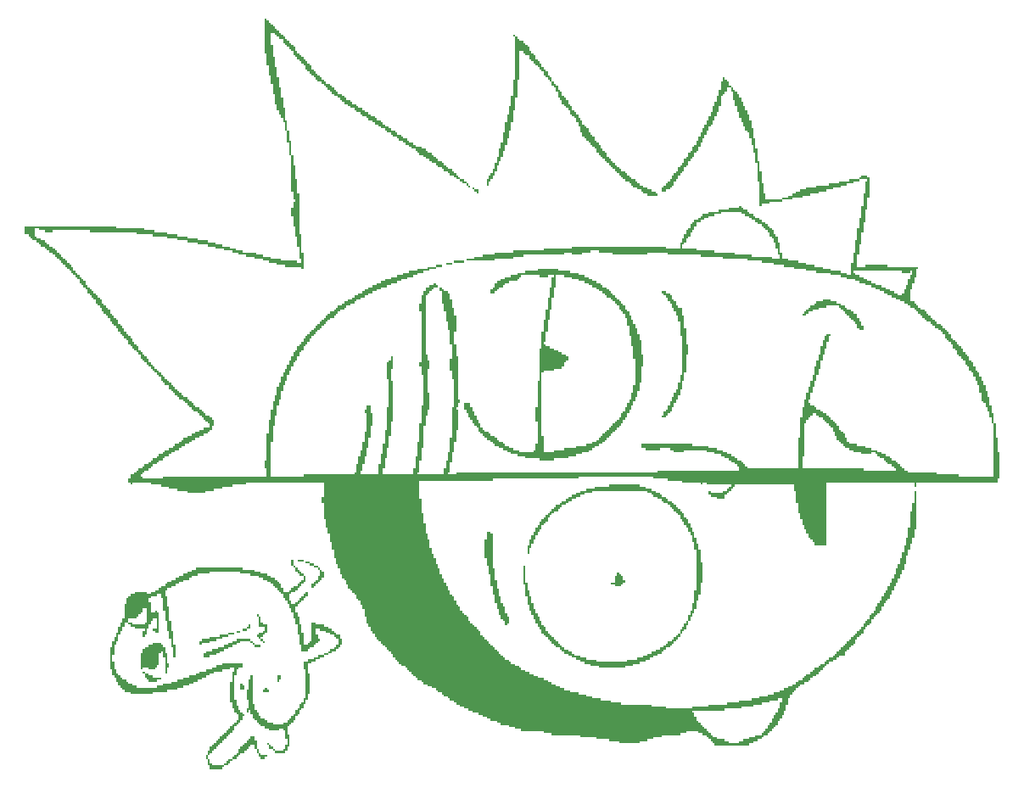
<source format=gbo>
G04 Layer_Color=32896*
%FSLAX25Y25*%
%MOIN*%
G70*
G01*
G75*
G36*
X366800Y173300D02*
X366000D01*
Y171700D01*
X365200D01*
Y170900D01*
X364400D01*
Y170100D01*
X363600D01*
Y171700D01*
X364400D01*
Y172500D01*
X365200D01*
Y174100D01*
X366000D01*
Y174900D01*
X366800D01*
Y173300D01*
D02*
G37*
G36*
X190900Y170300D02*
X189300D01*
Y171100D01*
X190900D01*
Y170300D01*
D02*
G37*
G36*
X198100Y176700D02*
X198900D01*
Y174300D01*
X199700D01*
Y173500D01*
X201300D01*
Y170300D01*
X200500D01*
Y169500D01*
X199700D01*
Y168700D01*
X198900D01*
Y167900D01*
X199700D01*
Y167100D01*
X200500D01*
Y166300D01*
X199700D01*
Y167100D01*
X198900D01*
Y167900D01*
X198100D01*
Y168700D01*
X197300D01*
Y169500D01*
X198100D01*
Y170300D01*
X199700D01*
Y171100D01*
X200500D01*
Y172700D01*
X198100D01*
Y176700D01*
X197300D01*
Y177500D01*
X198100D01*
Y176700D01*
D02*
G37*
G36*
X188500Y169500D02*
X186100D01*
Y170300D01*
X188500D01*
Y169500D01*
D02*
G37*
G36*
X193300Y171100D02*
X191700D01*
Y171900D01*
X193300D01*
Y171100D01*
D02*
G37*
G36*
X223700Y160700D02*
X222100D01*
Y159900D01*
X220500D01*
Y159100D01*
X218900D01*
Y158300D01*
X217300D01*
Y154300D01*
X218100D01*
Y146300D01*
X217300D01*
Y143900D01*
X216500D01*
Y142300D01*
X215700D01*
Y140700D01*
X214900D01*
Y139900D01*
X214100D01*
Y138300D01*
X213300D01*
Y137500D01*
X212500D01*
Y135900D01*
X211700D01*
Y135100D01*
X210900D01*
Y134300D01*
X210100D01*
Y133500D01*
X209300D01*
Y130300D01*
X210100D01*
Y125500D01*
X209300D01*
Y123900D01*
X208500D01*
Y123100D01*
X204500D01*
Y123900D01*
X203700D01*
Y124700D01*
X202100D01*
Y126300D01*
X201300D01*
Y127100D01*
X202100D01*
Y126300D01*
X202900D01*
Y125500D01*
X203700D01*
Y124700D01*
X204500D01*
Y123900D01*
X207700D01*
Y124700D01*
X208500D01*
Y126300D01*
X209300D01*
Y128700D01*
X208500D01*
Y131900D01*
X207700D01*
Y132700D01*
X206100D01*
Y131900D01*
X202100D01*
Y132700D01*
X200500D01*
Y133500D01*
X198900D01*
Y134300D01*
X198100D01*
Y135100D01*
X197300D01*
Y135900D01*
X196500D01*
Y136700D01*
X195700D01*
Y138300D01*
X194900D01*
Y139900D01*
X194100D01*
Y139100D01*
X193300D01*
Y140700D01*
X194100D01*
Y143900D01*
X193300D01*
Y147900D01*
X194100D01*
Y151900D01*
X194900D01*
Y153500D01*
X195700D01*
Y142300D01*
X196500D01*
Y139900D01*
X197300D01*
Y139100D01*
X198100D01*
Y137500D01*
X198900D01*
Y136700D01*
X200500D01*
Y135900D01*
X201300D01*
Y135100D01*
X203700D01*
Y134300D01*
X207700D01*
Y135100D01*
X209300D01*
Y135900D01*
X210100D01*
Y136700D01*
X210900D01*
Y137500D01*
X211700D01*
Y138300D01*
X212500D01*
Y139900D01*
X213300D01*
Y140700D01*
X214100D01*
Y142300D01*
X214900D01*
Y143100D01*
X215700D01*
Y144700D01*
X216500D01*
Y155900D01*
X215700D01*
Y159100D01*
X217300D01*
Y159900D01*
X219700D01*
Y160700D01*
X221300D01*
Y161500D01*
X223700D01*
Y160700D01*
D02*
G37*
G36*
X347600Y227700D02*
X350000D01*
Y226900D01*
X352400D01*
Y226100D01*
X354000D01*
Y225300D01*
X355600D01*
Y224500D01*
X356400D01*
Y223700D01*
X358000D01*
Y222900D01*
X358800D01*
Y222100D01*
X360400D01*
Y221300D01*
X361200D01*
Y220500D01*
X362000D01*
Y219700D01*
X362800D01*
Y218900D01*
X363600D01*
Y218100D01*
X364400D01*
Y217300D01*
X365200D01*
Y215700D01*
X366000D01*
Y214900D01*
X366800D01*
Y213300D01*
X367600D01*
Y211700D01*
X368400D01*
Y210100D01*
X369200D01*
Y207700D01*
X370000D01*
Y205300D01*
X370800D01*
Y202900D01*
X371600D01*
Y198100D01*
X372400D01*
Y190100D01*
X371600D01*
Y185300D01*
X370800D01*
Y182900D01*
X370000D01*
Y179700D01*
X369200D01*
Y178100D01*
X368400D01*
Y176500D01*
X367600D01*
Y174900D01*
X366800D01*
Y177300D01*
X367600D01*
Y178900D01*
X368400D01*
Y182100D01*
X369200D01*
Y186900D01*
X370000D01*
Y202900D01*
X369200D01*
Y206100D01*
X368400D01*
Y208500D01*
X367600D01*
Y210100D01*
X366800D01*
Y211700D01*
X366000D01*
Y212500D01*
X365200D01*
Y214100D01*
X364400D01*
Y214900D01*
X363600D01*
Y216500D01*
X362800D01*
Y217300D01*
X362000D01*
Y218100D01*
X361200D01*
Y218900D01*
X360400D01*
Y219700D01*
X359600D01*
Y220500D01*
X358800D01*
Y221300D01*
X357200D01*
Y222100D01*
X356400D01*
Y222900D01*
X354800D01*
Y223700D01*
X353200D01*
Y224500D01*
X352400D01*
Y225300D01*
X350800D01*
Y226100D01*
X329200D01*
Y225300D01*
X326000D01*
Y224500D01*
X324400D01*
Y223700D01*
X322800D01*
Y222900D01*
X321200D01*
Y222100D01*
X319600D01*
Y221300D01*
X318800D01*
Y220500D01*
X317200D01*
Y219700D01*
X316400D01*
Y218900D01*
X315600D01*
Y218100D01*
X314000D01*
Y217300D01*
X313200D01*
Y216500D01*
X312400D01*
Y215700D01*
X311600D01*
Y214100D01*
X310800D01*
Y213300D01*
X310000D01*
Y212500D01*
X309200D01*
Y210900D01*
X308400D01*
Y210100D01*
X307600D01*
Y208500D01*
X306800D01*
Y206900D01*
X306000D01*
Y205300D01*
X305200D01*
Y203700D01*
X304400D01*
Y201300D01*
X303600D01*
Y204500D01*
X304400D01*
Y206900D01*
X305200D01*
Y208500D01*
X306000D01*
Y210100D01*
X306800D01*
Y211700D01*
X307600D01*
Y212500D01*
X308400D01*
Y214100D01*
X309200D01*
Y214900D01*
X310000D01*
Y215700D01*
X310800D01*
Y216500D01*
X311600D01*
Y217300D01*
X312400D01*
Y218100D01*
X313200D01*
Y218900D01*
X314000D01*
Y219700D01*
X314800D01*
Y220500D01*
X316400D01*
Y221300D01*
X317200D01*
Y222100D01*
X318800D01*
Y222900D01*
X319600D01*
Y223700D01*
X321200D01*
Y224500D01*
X322800D01*
Y225300D01*
X324400D01*
Y226100D01*
X326800D01*
Y226900D01*
X330000D01*
Y227700D01*
X335600D01*
Y228500D01*
X347600D01*
Y227700D01*
D02*
G37*
G36*
X194900Y171900D02*
X193300D01*
Y172700D01*
X194100D01*
Y173500D01*
X194900D01*
Y171900D01*
D02*
G37*
G36*
X289200Y209300D02*
X290000D01*
Y195700D01*
X290800D01*
Y190900D01*
X291600D01*
Y187700D01*
X292400D01*
Y184500D01*
X293200D01*
Y182100D01*
X294000D01*
Y180500D01*
X294800D01*
Y178100D01*
X295600D01*
Y176500D01*
X296400D01*
Y174100D01*
X295600D01*
Y173300D01*
X294800D01*
Y174900D01*
X294000D01*
Y175700D01*
X293200D01*
Y177300D01*
X292400D01*
Y179700D01*
X291600D01*
Y182100D01*
X290800D01*
Y185300D01*
X290000D01*
Y188500D01*
X289200D01*
Y193300D01*
X288400D01*
Y196500D01*
X287600D01*
Y199700D01*
X286800D01*
Y206900D01*
X287600D01*
Y210100D01*
X289200D01*
Y209300D01*
D02*
G37*
G36*
X153300Y154300D02*
X154900D01*
Y153500D01*
X156500D01*
Y152700D01*
X159700D01*
Y151900D01*
X158100D01*
Y151100D01*
X154900D01*
Y151900D01*
X154100D01*
Y152700D01*
X153300D01*
Y154300D01*
X152500D01*
Y155100D01*
X153300D01*
Y154300D01*
D02*
G37*
G36*
X206900Y151900D02*
X206100D01*
Y151100D01*
X205300D01*
Y153500D01*
X206900D01*
Y151900D01*
D02*
G37*
G36*
X201300Y147900D02*
X202100D01*
Y147100D01*
X199700D01*
Y147900D01*
X200500D01*
Y148700D01*
X201300D01*
Y147900D01*
D02*
G37*
G36*
X191700Y149500D02*
X192500D01*
Y147900D01*
X190900D01*
Y150300D01*
X191700D01*
Y149500D01*
D02*
G37*
G36*
X159700Y165500D02*
X160500D01*
Y164700D01*
X161300D01*
Y162300D01*
X162100D01*
Y158300D01*
X162900D01*
Y156700D01*
X162100D01*
Y154300D01*
X161300D01*
Y160700D01*
X160500D01*
Y163100D01*
X159700D01*
Y162300D01*
X158900D01*
Y157500D01*
X158100D01*
Y156700D01*
X157300D01*
Y155900D01*
X154900D01*
Y156700D01*
X152500D01*
Y155900D01*
X151700D01*
Y162300D01*
X152500D01*
Y163900D01*
X153300D01*
Y164700D01*
X154900D01*
Y165500D01*
X156500D01*
Y166300D01*
X159700D01*
Y165500D01*
D02*
G37*
G36*
X194900Y167100D02*
X195700D01*
Y166300D01*
X196500D01*
Y165500D01*
X198900D01*
Y164700D01*
X196500D01*
Y165500D01*
X195700D01*
Y166300D01*
X194900D01*
Y167100D01*
X190900D01*
Y166300D01*
X189300D01*
Y165500D01*
X187700D01*
Y164700D01*
X186100D01*
Y163900D01*
X184500D01*
Y163100D01*
X182900D01*
Y162300D01*
X181300D01*
Y161500D01*
X178900D01*
Y160700D01*
X176500D01*
Y162300D01*
X177300D01*
Y163100D01*
X179700D01*
Y163900D01*
X182100D01*
Y164700D01*
X184500D01*
Y165500D01*
X186100D01*
Y166300D01*
X187700D01*
Y167100D01*
X189300D01*
Y167900D01*
X194900D01*
Y167100D01*
D02*
G37*
G36*
X186100Y168700D02*
X183700D01*
Y167900D01*
X181300D01*
Y167100D01*
X178900D01*
Y166300D01*
X175700D01*
Y165500D01*
X174900D01*
Y167100D01*
X175700D01*
Y167900D01*
X178900D01*
Y168700D01*
X182900D01*
Y169500D01*
X186100D01*
Y168700D01*
D02*
G37*
G36*
X302800Y190100D02*
X303600D01*
Y186900D01*
X304400D01*
Y184500D01*
X305200D01*
Y182100D01*
X306000D01*
Y179700D01*
X306800D01*
Y178100D01*
X307600D01*
Y176500D01*
X308400D01*
Y174900D01*
X309200D01*
Y173300D01*
X310000D01*
Y172500D01*
X310800D01*
Y170900D01*
X311600D01*
Y170100D01*
X312400D01*
Y169300D01*
X313200D01*
Y168500D01*
X314000D01*
Y167700D01*
X314800D01*
Y166900D01*
X315600D01*
Y166100D01*
X316400D01*
Y165300D01*
X317200D01*
Y164500D01*
X318000D01*
Y163700D01*
X319600D01*
Y162900D01*
X321200D01*
Y162100D01*
X322000D01*
Y161300D01*
X324400D01*
Y160500D01*
X326800D01*
Y159700D01*
X330800D01*
Y158900D01*
X342800D01*
Y159700D01*
X346800D01*
Y160500D01*
X349200D01*
Y161300D01*
X350800D01*
Y162100D01*
X352400D01*
Y162900D01*
X354000D01*
Y163700D01*
X355600D01*
Y164500D01*
X357200D01*
Y165300D01*
X358000D01*
Y166100D01*
X358800D01*
Y166900D01*
X360400D01*
Y167700D01*
X361200D01*
Y168500D01*
X362000D01*
Y169300D01*
X362800D01*
Y170100D01*
X363600D01*
Y168500D01*
X362800D01*
Y167700D01*
X362000D01*
Y166900D01*
X361200D01*
Y166100D01*
X360400D01*
Y165300D01*
X359600D01*
Y164500D01*
X358000D01*
Y163700D01*
X357200D01*
Y162900D01*
X356400D01*
Y162100D01*
X354800D01*
Y161300D01*
X353200D01*
Y160500D01*
X351600D01*
Y159700D01*
X350000D01*
Y158900D01*
X347600D01*
Y158100D01*
X345200D01*
Y157300D01*
X342000D01*
Y156500D01*
X331600D01*
Y157300D01*
X328400D01*
Y158100D01*
X326000D01*
Y158900D01*
X324400D01*
Y159700D01*
X322800D01*
Y160500D01*
X321200D01*
Y161300D01*
X319600D01*
Y162100D01*
X318000D01*
Y162900D01*
X317200D01*
Y163700D01*
X316400D01*
Y164500D01*
X314800D01*
Y165300D01*
X314000D01*
Y166100D01*
X313200D01*
Y166900D01*
X312400D01*
Y167700D01*
X311600D01*
Y168500D01*
X310800D01*
Y169300D01*
X310000D01*
Y170100D01*
X309200D01*
Y171700D01*
X308400D01*
Y172500D01*
X307600D01*
Y174100D01*
X306800D01*
Y175700D01*
X306000D01*
Y177300D01*
X305200D01*
Y178900D01*
X304400D01*
Y181300D01*
X303600D01*
Y184500D01*
X302800D01*
Y189300D01*
X302000D01*
Y196500D01*
X302800D01*
Y190100D01*
D02*
G37*
G36*
X225300Y161500D02*
X223700D01*
Y162300D01*
X225300D01*
Y161500D01*
D02*
G37*
G36*
X211700Y196700D02*
X212500D01*
Y195900D01*
X213300D01*
Y195100D01*
X214100D01*
Y194300D01*
X214900D01*
Y193500D01*
X215700D01*
Y192700D01*
X216500D01*
Y190300D01*
X215700D01*
Y189500D01*
X214900D01*
Y188700D01*
X214100D01*
Y187900D01*
X213300D01*
Y187100D01*
X212500D01*
Y186300D01*
X210900D01*
Y185500D01*
X210100D01*
Y183100D01*
X210900D01*
Y181500D01*
X212500D01*
Y182300D01*
X213300D01*
Y183100D01*
X214100D01*
Y183900D01*
X214900D01*
Y184700D01*
X215700D01*
Y185500D01*
X216500D01*
Y186300D01*
X217300D01*
Y184700D01*
X216500D01*
Y183900D01*
X215700D01*
Y183100D01*
X214900D01*
Y182300D01*
X214100D01*
Y181500D01*
X213300D01*
Y180700D01*
X212500D01*
Y178300D01*
X213300D01*
Y176700D01*
X214100D01*
Y173500D01*
X214900D01*
Y170300D01*
X215700D01*
Y165500D01*
X217300D01*
Y166300D01*
X218100D01*
Y167100D01*
X218900D01*
Y174300D01*
X220500D01*
Y173500D01*
X223700D01*
Y172700D01*
X225300D01*
Y171900D01*
X226900D01*
Y171100D01*
X227700D01*
Y170300D01*
X228500D01*
Y169500D01*
X230100D01*
Y167900D01*
X230900D01*
Y165500D01*
X230100D01*
Y164700D01*
X229300D01*
Y163900D01*
X228500D01*
Y163100D01*
X226900D01*
Y162300D01*
X225300D01*
Y163100D01*
X226100D01*
Y163900D01*
X227700D01*
Y164700D01*
X228500D01*
Y165500D01*
X229300D01*
Y167900D01*
X228500D01*
Y168700D01*
X227700D01*
Y169500D01*
X226100D01*
Y170300D01*
X224500D01*
Y171100D01*
X222100D01*
Y171900D01*
X220500D01*
Y169500D01*
X221300D01*
Y167900D01*
X222100D01*
Y167100D01*
X221300D01*
Y166300D01*
X220500D01*
Y165500D01*
X219700D01*
Y164700D01*
X218100D01*
Y163900D01*
X217300D01*
Y163100D01*
X214900D01*
Y165500D01*
X214100D01*
Y169500D01*
X213300D01*
Y173500D01*
X212500D01*
Y175900D01*
X211700D01*
Y178300D01*
X210900D01*
Y179900D01*
X210100D01*
Y181500D01*
X209300D01*
Y183100D01*
X208500D01*
Y183900D01*
X207700D01*
Y185500D01*
X206900D01*
Y186300D01*
X206100D01*
Y187100D01*
X205300D01*
Y187900D01*
X204500D01*
Y188700D01*
X203700D01*
Y189500D01*
X202900D01*
Y190300D01*
X201300D01*
Y191100D01*
X199700D01*
Y191900D01*
X198100D01*
Y192700D01*
X194900D01*
Y193500D01*
X190900D01*
Y194300D01*
X178900D01*
Y193500D01*
X174100D01*
Y192700D01*
X171700D01*
Y191900D01*
X170900D01*
Y191100D01*
X168500D01*
Y190300D01*
X166900D01*
Y189500D01*
X165300D01*
Y188700D01*
X163700D01*
Y187900D01*
X162100D01*
Y187100D01*
X161300D01*
Y184700D01*
X162100D01*
Y180700D01*
X162900D01*
Y175100D01*
X163700D01*
Y171100D01*
X164500D01*
Y165500D01*
X165300D01*
Y160700D01*
X164500D01*
Y164700D01*
X163700D01*
Y167900D01*
X162900D01*
Y171100D01*
X162100D01*
Y175100D01*
X161300D01*
Y179100D01*
X160500D01*
Y183900D01*
X159700D01*
Y185500D01*
X158100D01*
Y184700D01*
X155700D01*
Y183900D01*
X154900D01*
Y182300D01*
X155700D01*
Y178300D01*
X157300D01*
Y179100D01*
X158100D01*
Y178300D01*
X158900D01*
Y170300D01*
X157300D01*
Y171100D01*
X156500D01*
Y171900D01*
X158100D01*
Y175900D01*
X156500D01*
Y175100D01*
X155700D01*
Y173500D01*
X154900D01*
Y171900D01*
X154100D01*
Y169500D01*
X153300D01*
Y168700D01*
X152500D01*
Y171100D01*
X153300D01*
Y171900D01*
X149300D01*
Y172700D01*
X147700D01*
Y173500D01*
X146900D01*
Y174300D01*
X145300D01*
Y172700D01*
X144500D01*
Y171100D01*
X143700D01*
Y169500D01*
X142900D01*
Y167100D01*
X142100D01*
Y165500D01*
X141300D01*
Y161500D01*
X140500D01*
Y159100D01*
X141300D01*
Y155900D01*
X142100D01*
Y154300D01*
X142900D01*
Y153500D01*
X143700D01*
Y152700D01*
X144500D01*
Y151900D01*
X146100D01*
Y151100D01*
X146900D01*
Y150300D01*
X148500D01*
Y149500D01*
X150100D01*
Y148700D01*
X158100D01*
Y149500D01*
X160500D01*
Y150300D01*
X163700D01*
Y151100D01*
X166100D01*
Y151900D01*
X168500D01*
Y152700D01*
X170900D01*
Y153500D01*
X173300D01*
Y154300D01*
X174900D01*
Y155100D01*
X177300D01*
Y155900D01*
X179700D01*
Y156700D01*
X181300D01*
Y157500D01*
X183700D01*
Y158300D01*
X191700D01*
Y156700D01*
X190100D01*
Y155900D01*
X189300D01*
Y153500D01*
X188500D01*
Y143900D01*
X189300D01*
Y141500D01*
X190100D01*
Y139900D01*
X190900D01*
Y139100D01*
X191700D01*
Y138300D01*
X192500D01*
Y137500D01*
X191700D01*
Y135900D01*
X190900D01*
Y135100D01*
X190100D01*
Y134300D01*
X189300D01*
Y133500D01*
X188500D01*
Y131900D01*
X187700D01*
Y131100D01*
X186900D01*
Y130300D01*
X186100D01*
Y129500D01*
X185300D01*
Y128700D01*
X184500D01*
Y127900D01*
X183700D01*
Y127100D01*
X182900D01*
Y126300D01*
X182100D01*
Y125500D01*
X181300D01*
Y124700D01*
X180500D01*
Y123900D01*
X179700D01*
Y123100D01*
X178900D01*
Y122300D01*
X178100D01*
Y123900D01*
X178900D01*
Y125500D01*
X179700D01*
Y126300D01*
X180500D01*
Y127100D01*
X181300D01*
Y127900D01*
X182100D01*
Y128700D01*
X182900D01*
Y129500D01*
X183700D01*
Y130300D01*
X184500D01*
Y131100D01*
X185300D01*
Y131900D01*
X186100D01*
Y132700D01*
X186900D01*
Y133500D01*
X187700D01*
Y134300D01*
X188500D01*
Y135100D01*
X189300D01*
Y135900D01*
X190100D01*
Y138300D01*
X189300D01*
Y139100D01*
X188500D01*
Y140700D01*
X187700D01*
Y143100D01*
X186900D01*
Y151100D01*
X187700D01*
Y155100D01*
X188500D01*
Y156700D01*
X186900D01*
Y155900D01*
X183700D01*
Y155100D01*
X180500D01*
Y154300D01*
X178900D01*
Y153500D01*
X177300D01*
Y152700D01*
X175700D01*
Y151900D01*
X174100D01*
Y151100D01*
X172500D01*
Y150300D01*
X170900D01*
Y149500D01*
X168500D01*
Y148700D01*
X166100D01*
Y147900D01*
X162100D01*
Y147100D01*
X156500D01*
Y146300D01*
X147700D01*
Y147100D01*
X145300D01*
Y147900D01*
X144500D01*
Y148700D01*
X143700D01*
Y149500D01*
X142900D01*
Y151100D01*
X142100D01*
Y152700D01*
X141300D01*
Y153500D01*
X140500D01*
Y155900D01*
X139700D01*
Y164700D01*
X140500D01*
Y167100D01*
X141300D01*
Y168700D01*
X142100D01*
Y170300D01*
X142900D01*
Y172700D01*
X143700D01*
Y174300D01*
X144500D01*
Y175900D01*
X145300D01*
Y181500D01*
X146100D01*
Y183900D01*
X146900D01*
Y184700D01*
X147700D01*
Y185500D01*
X149300D01*
Y186300D01*
X154100D01*
Y185500D01*
X155700D01*
Y186300D01*
X157300D01*
Y187100D01*
X158900D01*
Y187900D01*
X159700D01*
Y188700D01*
X161300D01*
Y189500D01*
X162100D01*
Y190300D01*
X163700D01*
Y191100D01*
X165300D01*
Y191900D01*
X166900D01*
Y192700D01*
X168500D01*
Y193500D01*
X170100D01*
Y194300D01*
X171700D01*
Y195100D01*
X173300D01*
Y195900D01*
X191700D01*
Y195100D01*
X196500D01*
Y194300D01*
X198900D01*
Y193500D01*
X201300D01*
Y192700D01*
X202900D01*
Y191900D01*
X204500D01*
Y191100D01*
X205300D01*
Y190300D01*
X206100D01*
Y189500D01*
X206900D01*
Y187900D01*
X207700D01*
Y186300D01*
X210100D01*
Y187100D01*
X210900D01*
Y187900D01*
X211700D01*
Y188700D01*
X213300D01*
Y189500D01*
X214100D01*
Y190300D01*
X214900D01*
Y191100D01*
X215700D01*
Y192700D01*
X214100D01*
Y193500D01*
X213300D01*
Y194300D01*
X212500D01*
Y195900D01*
X211700D01*
Y196700D01*
X210900D01*
Y199100D01*
X211700D01*
Y196700D01*
D02*
G37*
G36*
X278800Y315700D02*
X274800D01*
Y316500D01*
X278800D01*
Y315700D01*
D02*
G37*
G36*
X178100Y120700D02*
X178900D01*
Y119100D01*
X179700D01*
Y118300D01*
X184500D01*
Y117500D01*
X183700D01*
Y116700D01*
X178900D01*
Y118300D01*
X178100D01*
Y120700D01*
X177300D01*
Y122300D01*
X178100D01*
Y120700D01*
D02*
G37*
G36*
X270000Y314100D02*
X267600D01*
Y314900D01*
X270000D01*
Y314100D01*
D02*
G37*
G36*
X274000Y314900D02*
X271600D01*
Y315700D01*
X274000D01*
Y314900D01*
D02*
G37*
G36*
X381200Y387700D02*
X382000D01*
Y386900D01*
X382800D01*
Y385300D01*
X383600D01*
Y384500D01*
X384400D01*
Y383700D01*
X385200D01*
Y382900D01*
X386000D01*
Y382100D01*
X386800D01*
Y380500D01*
X387600D01*
Y378900D01*
X388400D01*
Y377300D01*
X389200D01*
Y375700D01*
X390000D01*
Y374100D01*
X390800D01*
Y371700D01*
X391600D01*
Y368500D01*
X392400D01*
Y364500D01*
X393200D01*
Y360500D01*
X394000D01*
Y355700D01*
X394800D01*
Y351700D01*
X395600D01*
Y346900D01*
X396400D01*
Y342900D01*
X397200D01*
Y340500D01*
X403600D01*
Y339700D01*
X398800D01*
Y338900D01*
X395600D01*
Y338100D01*
X394800D01*
Y347700D01*
X394000D01*
Y354900D01*
X393200D01*
Y358900D01*
X392400D01*
Y362100D01*
X391600D01*
Y364500D01*
X390800D01*
Y366900D01*
X390000D01*
Y367700D01*
X389200D01*
Y369300D01*
X388400D01*
Y370900D01*
X387600D01*
Y372500D01*
X386800D01*
Y374900D01*
X386000D01*
Y377300D01*
X385200D01*
Y379700D01*
X384400D01*
Y382900D01*
X383600D01*
Y384500D01*
X382000D01*
Y382900D01*
X381200D01*
Y382100D01*
X380400D01*
Y381300D01*
X379600D01*
Y377300D01*
X378800D01*
Y374900D01*
X378000D01*
Y373300D01*
X377200D01*
Y371700D01*
X376400D01*
Y370100D01*
X375600D01*
Y369300D01*
X374800D01*
Y367700D01*
X374000D01*
Y366100D01*
X373200D01*
Y364500D01*
X372400D01*
Y362900D01*
X371600D01*
Y361300D01*
X370800D01*
Y359700D01*
X370000D01*
Y358900D01*
X369200D01*
Y357300D01*
X368400D01*
Y356500D01*
X367600D01*
Y355700D01*
X366800D01*
Y354100D01*
X366000D01*
Y353300D01*
X365200D01*
Y351700D01*
X364400D01*
Y350900D01*
X363600D01*
Y350100D01*
X362800D01*
Y348500D01*
X362000D01*
Y347700D01*
X361200D01*
Y346100D01*
X360400D01*
Y345300D01*
X359600D01*
Y344500D01*
X358000D01*
Y343700D01*
X356400D01*
Y345300D01*
X357200D01*
Y346100D01*
X358000D01*
Y346900D01*
X358800D01*
Y347700D01*
X359600D01*
Y348500D01*
X360400D01*
Y350100D01*
X361200D01*
Y350900D01*
X362000D01*
Y351700D01*
X362800D01*
Y353300D01*
X363600D01*
Y354100D01*
X364400D01*
Y354900D01*
X365200D01*
Y356500D01*
X366000D01*
Y357300D01*
X366800D01*
Y358900D01*
X367600D01*
Y359700D01*
X368400D01*
Y361300D01*
X369200D01*
Y362100D01*
X370000D01*
Y363700D01*
X370800D01*
Y365300D01*
X371600D01*
Y366900D01*
X372400D01*
Y368500D01*
X373200D01*
Y370100D01*
X374000D01*
Y371700D01*
X374800D01*
Y373300D01*
X375600D01*
Y374900D01*
X376400D01*
Y377300D01*
X377200D01*
Y378900D01*
X378000D01*
Y381300D01*
X378800D01*
Y383700D01*
X379600D01*
Y386900D01*
X380400D01*
Y388500D01*
X381200D01*
Y387700D01*
D02*
G37*
G36*
X282800Y344500D02*
X284400D01*
Y342900D01*
X283600D01*
Y343700D01*
X282800D01*
Y344500D01*
X282000D01*
Y345300D01*
X282800D01*
Y344500D01*
D02*
G37*
G36*
X201200Y410900D02*
X202000D01*
Y410100D01*
X202800D01*
Y409300D01*
X203600D01*
Y408500D01*
X204400D01*
Y407700D01*
X205200D01*
Y406900D01*
X206000D01*
Y406100D01*
X206800D01*
Y405300D01*
X207600D01*
Y404500D01*
X208400D01*
Y403700D01*
X209200D01*
Y402900D01*
X210000D01*
Y402100D01*
X210800D01*
Y401300D01*
X211600D01*
Y400500D01*
X212400D01*
Y398900D01*
X213200D01*
Y398100D01*
X214000D01*
Y397300D01*
X214800D01*
Y396500D01*
X215600D01*
Y395700D01*
X216400D01*
Y394900D01*
X217200D01*
Y394100D01*
X218000D01*
Y393300D01*
X218800D01*
Y391700D01*
X219600D01*
Y390900D01*
X220400D01*
Y390100D01*
X221200D01*
Y389300D01*
X222000D01*
Y388500D01*
X222800D01*
Y387700D01*
X223600D01*
Y386900D01*
X224400D01*
Y386100D01*
X226000D01*
Y385300D01*
X226800D01*
Y384500D01*
X227600D01*
Y383700D01*
X228400D01*
Y382900D01*
X229200D01*
Y382100D01*
X230800D01*
Y381300D01*
X231600D01*
Y380500D01*
X232400D01*
Y379700D01*
X234000D01*
Y378900D01*
X234800D01*
Y378100D01*
X236400D01*
Y377300D01*
X237200D01*
Y376500D01*
X238800D01*
Y375700D01*
X239600D01*
Y374900D01*
X241200D01*
Y374100D01*
X242000D01*
Y373300D01*
X243600D01*
Y372500D01*
X244400D01*
Y371700D01*
X246000D01*
Y370900D01*
X246800D01*
Y370100D01*
X247600D01*
Y369300D01*
X249200D01*
Y368500D01*
X250000D01*
Y367700D01*
X251600D01*
Y366900D01*
X252400D01*
Y366100D01*
X254000D01*
Y365300D01*
X254800D01*
Y364500D01*
X256400D01*
Y363700D01*
X257200D01*
Y362900D01*
X258800D01*
Y362100D01*
X259600D01*
Y361300D01*
X262000D01*
Y360500D01*
X263600D01*
Y359700D01*
X264400D01*
Y358900D01*
X266000D01*
Y358100D01*
X266800D01*
Y357300D01*
X267600D01*
Y356500D01*
X268400D01*
Y355700D01*
X270000D01*
Y354900D01*
X270800D01*
Y354100D01*
X271600D01*
Y353300D01*
X272400D01*
Y352500D01*
X274000D01*
Y351700D01*
X274800D01*
Y350900D01*
X275600D01*
Y350100D01*
X276400D01*
Y349300D01*
X277200D01*
Y348500D01*
X278800D01*
Y347700D01*
X279600D01*
Y346900D01*
X280400D01*
Y346100D01*
X281200D01*
Y345300D01*
X280400D01*
Y346100D01*
X279600D01*
Y346900D01*
X278000D01*
Y347700D01*
X277200D01*
Y348500D01*
X275600D01*
Y349300D01*
X274800D01*
Y350100D01*
X273200D01*
Y350900D01*
X272400D01*
Y351700D01*
X270800D01*
Y352500D01*
X270000D01*
Y353300D01*
X268400D01*
Y354100D01*
X267600D01*
Y354900D01*
X266000D01*
Y355700D01*
X265200D01*
Y356500D01*
X263600D01*
Y357300D01*
X262800D01*
Y358100D01*
X261200D01*
Y358900D01*
X260400D01*
Y359700D01*
X259600D01*
Y360500D01*
X258000D01*
Y361300D01*
X257200D01*
Y362100D01*
X255600D01*
Y362900D01*
X254800D01*
Y363700D01*
X253200D01*
Y364500D01*
X252400D01*
Y365300D01*
X250800D01*
Y366100D01*
X250000D01*
Y366900D01*
X248400D01*
Y367700D01*
X247600D01*
Y368500D01*
X246000D01*
Y369300D01*
X245200D01*
Y370100D01*
X243600D01*
Y370900D01*
X242800D01*
Y371700D01*
X241200D01*
Y372500D01*
X240400D01*
Y373300D01*
X238800D01*
Y374100D01*
X238000D01*
Y374900D01*
X236400D01*
Y375700D01*
X235600D01*
Y376500D01*
X234000D01*
Y377300D01*
X233200D01*
Y378100D01*
X231600D01*
Y378900D01*
X230800D01*
Y379700D01*
X230000D01*
Y380500D01*
X229200D01*
Y381300D01*
X227600D01*
Y382100D01*
X226800D01*
Y382900D01*
X226000D01*
Y383700D01*
X225200D01*
Y384500D01*
X224400D01*
Y385300D01*
X223600D01*
Y386100D01*
X222800D01*
Y386900D01*
X221200D01*
Y387700D01*
X220400D01*
Y388500D01*
X219600D01*
Y389300D01*
X218800D01*
Y390100D01*
X218000D01*
Y390900D01*
X217200D01*
Y391700D01*
X216400D01*
Y393300D01*
X215600D01*
Y394100D01*
X214800D01*
Y394900D01*
X214000D01*
Y395700D01*
X213200D01*
Y396500D01*
X212400D01*
Y397300D01*
X211600D01*
Y398900D01*
X210800D01*
Y399700D01*
X210000D01*
Y400500D01*
X209200D01*
Y401300D01*
X208400D01*
Y402100D01*
X207600D01*
Y403700D01*
X206000D01*
Y404500D01*
X205200D01*
Y405300D01*
X204400D01*
Y406100D01*
X202800D01*
Y401300D01*
X203600D01*
Y396500D01*
X204400D01*
Y392500D01*
X205200D01*
Y388500D01*
X206000D01*
Y384500D01*
X206800D01*
Y380500D01*
X207600D01*
Y376500D01*
X208400D01*
Y371700D01*
X209200D01*
Y367700D01*
X210000D01*
Y363700D01*
X210800D01*
Y358100D01*
X211600D01*
Y354100D01*
X212400D01*
Y348500D01*
X213200D01*
Y342900D01*
X214000D01*
Y326900D01*
X214800D01*
Y319700D01*
X215600D01*
Y313300D01*
X214800D01*
Y314100D01*
X208400D01*
Y314900D01*
X205200D01*
Y315700D01*
X202000D01*
Y316500D01*
X199600D01*
Y317300D01*
X196400D01*
Y318100D01*
X193200D01*
Y318900D01*
X190000D01*
Y319700D01*
X187600D01*
Y320500D01*
X184400D01*
Y321300D01*
X181200D01*
Y322100D01*
X178000D01*
Y322900D01*
X174000D01*
Y323700D01*
X170000D01*
Y324500D01*
X166000D01*
Y325300D01*
X162000D01*
Y326100D01*
X156400D01*
Y326900D01*
X150000D01*
Y327700D01*
X131600D01*
Y328500D01*
X117200D01*
Y327700D01*
X114000D01*
Y328500D01*
X111600D01*
Y329300D01*
X110000D01*
Y326100D01*
X110800D01*
Y325300D01*
X112400D01*
Y324500D01*
X114000D01*
Y323700D01*
X114800D01*
Y322900D01*
X115600D01*
Y322100D01*
X117200D01*
Y321300D01*
X118000D01*
Y320500D01*
X118800D01*
Y319700D01*
X119600D01*
Y318900D01*
X120400D01*
Y318100D01*
X121200D01*
Y317300D01*
X122000D01*
Y316500D01*
X122800D01*
Y315700D01*
X123600D01*
Y314900D01*
X124400D01*
Y314100D01*
X125200D01*
Y312500D01*
X126000D01*
Y311700D01*
X126800D01*
Y310900D01*
X127600D01*
Y310100D01*
X128400D01*
Y309300D01*
X129200D01*
Y308500D01*
X130000D01*
Y306900D01*
X130800D01*
Y306100D01*
X131600D01*
Y305300D01*
X132400D01*
Y304500D01*
X133200D01*
Y303700D01*
X134000D01*
Y302900D01*
X134800D01*
Y302100D01*
X135600D01*
Y301300D01*
X136400D01*
Y299700D01*
X137200D01*
Y298900D01*
X138000D01*
Y298100D01*
X138800D01*
Y297300D01*
X139600D01*
Y295700D01*
X140400D01*
Y294900D01*
X141200D01*
Y294100D01*
X142000D01*
Y293300D01*
X142800D01*
Y291700D01*
X143600D01*
Y290900D01*
X144400D01*
Y290100D01*
X145200D01*
Y288500D01*
X146000D01*
Y287700D01*
X146800D01*
Y286900D01*
X147600D01*
Y286100D01*
X148400D01*
Y284500D01*
X149200D01*
Y283700D01*
X150000D01*
Y282900D01*
X150800D01*
Y281300D01*
X151600D01*
Y280500D01*
X152400D01*
Y279700D01*
X153200D01*
Y278900D01*
X154000D01*
Y278100D01*
X154800D01*
Y276500D01*
X155600D01*
Y275700D01*
X156400D01*
Y274900D01*
X157200D01*
Y274100D01*
X158000D01*
Y273300D01*
X158800D01*
Y272500D01*
X159600D01*
Y271700D01*
X160400D01*
Y270900D01*
X161200D01*
Y270100D01*
X162000D01*
Y269300D01*
X162800D01*
Y268500D01*
X163600D01*
Y267700D01*
X164400D01*
Y266900D01*
X165200D01*
Y266100D01*
X166000D01*
Y265300D01*
X166800D01*
Y264500D01*
X167600D01*
Y263700D01*
X168400D01*
Y262900D01*
X170000D01*
Y262100D01*
X170800D01*
Y261300D01*
X171600D01*
Y260500D01*
X172400D01*
Y259700D01*
X173200D01*
Y258900D01*
X174800D01*
Y258100D01*
X175600D01*
Y257300D01*
X176400D01*
Y256500D01*
X177200D01*
Y255700D01*
X178800D01*
Y254900D01*
X179600D01*
Y254100D01*
X180400D01*
Y251700D01*
X179600D01*
Y250100D01*
X178800D01*
Y249300D01*
X178000D01*
Y248500D01*
X176400D01*
Y247700D01*
X174800D01*
Y246900D01*
X173200D01*
Y246100D01*
X171600D01*
Y245300D01*
X170800D01*
Y244500D01*
X169200D01*
Y243700D01*
X167600D01*
Y242900D01*
X166800D01*
Y242100D01*
X165200D01*
Y241300D01*
X163600D01*
Y240500D01*
X162800D01*
Y239700D01*
X161200D01*
Y238900D01*
X160400D01*
Y238100D01*
X158800D01*
Y237300D01*
X158000D01*
Y236500D01*
X156400D01*
Y235700D01*
X155600D01*
Y234900D01*
X154800D01*
Y234100D01*
X153200D01*
Y233300D01*
X152400D01*
Y232500D01*
X151600D01*
Y231700D01*
X152400D01*
Y230900D01*
X160400D01*
Y231700D01*
X201200D01*
Y234900D01*
X200400D01*
Y238100D01*
X201200D01*
Y248500D01*
X202000D01*
Y254100D01*
X202800D01*
Y258100D01*
X203600D01*
Y261300D01*
X204400D01*
Y263700D01*
X205200D01*
Y266900D01*
X206000D01*
Y268500D01*
X206800D01*
Y270900D01*
X207600D01*
Y272500D01*
X208400D01*
Y274100D01*
X209200D01*
Y275700D01*
X210000D01*
Y277300D01*
X210800D01*
Y278900D01*
X211600D01*
Y280500D01*
X212400D01*
Y281300D01*
X213200D01*
Y282900D01*
X214000D01*
Y283700D01*
X214800D01*
Y284500D01*
X215600D01*
Y286100D01*
X216400D01*
Y286900D01*
X217200D01*
Y287700D01*
X218000D01*
Y288500D01*
X218800D01*
Y289300D01*
X219600D01*
Y290100D01*
X220400D01*
Y290900D01*
X221200D01*
Y291700D01*
X222000D01*
Y292500D01*
X222800D01*
Y293300D01*
X223600D01*
Y294100D01*
X224400D01*
Y294900D01*
X225200D01*
Y295700D01*
X226000D01*
Y296500D01*
X227600D01*
Y297300D01*
X228400D01*
Y298100D01*
X229200D01*
Y298900D01*
X230800D01*
Y299700D01*
X231600D01*
Y300500D01*
X233200D01*
Y301300D01*
X234800D01*
Y302100D01*
X235600D01*
Y302900D01*
X237200D01*
Y303700D01*
X238800D01*
Y304500D01*
X239600D01*
Y305300D01*
X241200D01*
Y306100D01*
X242800D01*
Y306900D01*
X244400D01*
Y307700D01*
X246000D01*
Y308500D01*
X247600D01*
Y309300D01*
X250000D01*
Y310100D01*
X252400D01*
Y310900D01*
X254800D01*
Y311700D01*
X257200D01*
Y312500D01*
X260400D01*
Y313300D01*
X264400D01*
Y314100D01*
X267600D01*
Y313300D01*
X265200D01*
Y312500D01*
X262800D01*
Y311700D01*
X260400D01*
Y310900D01*
X258800D01*
Y310100D01*
X256400D01*
Y309300D01*
X254000D01*
Y308500D01*
X252400D01*
Y307700D01*
X250000D01*
Y306900D01*
X248400D01*
Y306100D01*
X246000D01*
Y305300D01*
X244400D01*
Y304500D01*
X242800D01*
Y303700D01*
X241200D01*
Y302900D01*
X239600D01*
Y302100D01*
X238000D01*
Y301300D01*
X236400D01*
Y300500D01*
X235600D01*
Y299700D01*
X234000D01*
Y298900D01*
X232400D01*
Y298100D01*
X231600D01*
Y297300D01*
X230000D01*
Y296500D01*
X229200D01*
Y295700D01*
X228400D01*
Y294900D01*
X227600D01*
Y294100D01*
X226000D01*
Y293300D01*
X225200D01*
Y292500D01*
X224400D01*
Y291700D01*
X223600D01*
Y290900D01*
X222800D01*
Y290100D01*
X222000D01*
Y289300D01*
X221200D01*
Y288500D01*
X220400D01*
Y287700D01*
X219600D01*
Y286900D01*
X218800D01*
Y286100D01*
X218000D01*
Y284500D01*
X217200D01*
Y283700D01*
X216400D01*
Y282900D01*
X215600D01*
Y281300D01*
X214800D01*
Y280500D01*
X214000D01*
Y278900D01*
X213200D01*
Y277300D01*
X212400D01*
Y276500D01*
X211600D01*
Y274900D01*
X210800D01*
Y273300D01*
X210000D01*
Y271700D01*
X209200D01*
Y269300D01*
X208400D01*
Y267700D01*
X207600D01*
Y265300D01*
X206800D01*
Y262100D01*
X206000D01*
Y259700D01*
X205200D01*
Y255700D01*
X204400D01*
Y251700D01*
X203600D01*
Y245300D01*
X202800D01*
Y231700D01*
X215600D01*
Y232500D01*
X235600D01*
Y233300D01*
X236400D01*
Y236500D01*
X237200D01*
Y239700D01*
X238000D01*
Y242100D01*
X238800D01*
Y245300D01*
X239600D01*
Y249300D01*
X240400D01*
Y256500D01*
X239600D01*
Y258100D01*
X240400D01*
Y259700D01*
X242000D01*
Y256500D01*
X242800D01*
Y251700D01*
X242000D01*
Y246900D01*
X241200D01*
Y242900D01*
X240400D01*
Y239700D01*
X239600D01*
Y236500D01*
X238800D01*
Y234100D01*
X238000D01*
Y232500D01*
X245200D01*
Y236500D01*
X246000D01*
Y240500D01*
X246800D01*
Y244500D01*
X247600D01*
Y250100D01*
X248400D01*
Y258900D01*
X249200D01*
Y270100D01*
X248400D01*
Y276500D01*
X249200D01*
Y277300D01*
X250000D01*
Y278900D01*
X250800D01*
Y274100D01*
X250000D01*
Y269300D01*
X250800D01*
Y253300D01*
X250000D01*
Y247700D01*
X249200D01*
Y242900D01*
X248400D01*
Y238900D01*
X247600D01*
Y234900D01*
X246800D01*
Y232500D01*
X258800D01*
Y234900D01*
X259600D01*
Y239700D01*
X260400D01*
Y245300D01*
X261200D01*
Y252500D01*
X262000D01*
Y259700D01*
X262800D01*
Y271700D01*
X262000D01*
Y274900D01*
X261200D01*
Y276500D01*
X262000D01*
Y296500D01*
X261200D01*
Y299700D01*
X262000D01*
Y302900D01*
X262800D01*
Y304500D01*
X263600D01*
Y306100D01*
X265200D01*
Y306900D01*
X266800D01*
Y307700D01*
X267600D01*
Y306900D01*
X268400D01*
Y306100D01*
X266800D01*
Y305300D01*
X266000D01*
Y304500D01*
X265200D01*
Y303700D01*
X264400D01*
Y302900D01*
X263600D01*
Y279700D01*
X264400D01*
Y277300D01*
X265200D01*
Y274100D01*
X264400D01*
Y264500D01*
X265200D01*
Y258100D01*
X264400D01*
Y255700D01*
X263600D01*
Y251700D01*
X262800D01*
Y242900D01*
X262000D01*
Y238100D01*
X261200D01*
Y233300D01*
X260400D01*
Y232500D01*
X270800D01*
Y234900D01*
X271600D01*
Y238100D01*
X272400D01*
Y241300D01*
X273200D01*
Y246900D01*
X274000D01*
Y258900D01*
X274800D01*
Y270100D01*
X274000D01*
Y273300D01*
X273200D01*
Y278100D01*
X274000D01*
Y283700D01*
X273200D01*
Y289300D01*
X272400D01*
Y292500D01*
X271600D01*
Y296500D01*
X270800D01*
Y299700D01*
X270000D01*
Y304500D01*
X269200D01*
Y306100D01*
X270000D01*
Y305300D01*
X270800D01*
Y304500D01*
X272400D01*
Y303700D01*
X273200D01*
Y301300D01*
X274000D01*
Y298100D01*
X274800D01*
Y294900D01*
X275600D01*
Y288500D01*
X274800D01*
Y283700D01*
X275600D01*
Y278900D01*
X276400D01*
Y262100D01*
X277200D01*
Y260500D01*
X276400D01*
Y258900D01*
X275600D01*
Y258100D01*
X276400D01*
Y250100D01*
X275600D01*
Y245300D01*
X274800D01*
Y241300D01*
X274000D01*
Y237300D01*
X273200D01*
Y233300D01*
X272400D01*
Y232500D01*
X275600D01*
Y233300D01*
X354800D01*
Y234100D01*
X386800D01*
Y235700D01*
X386000D01*
Y236500D01*
X385200D01*
Y237300D01*
X383600D01*
Y238100D01*
X382800D01*
Y238900D01*
X381200D01*
Y239700D01*
X379600D01*
Y240500D01*
X377200D01*
Y241300D01*
X374000D01*
Y242100D01*
X365200D01*
Y241300D01*
X361200D01*
Y242100D01*
X359600D01*
Y242900D01*
X355600D01*
Y242100D01*
X350000D01*
Y242900D01*
X348400D01*
Y244500D01*
X368400D01*
Y243700D01*
X374800D01*
Y242900D01*
X378000D01*
Y242100D01*
X380400D01*
Y241300D01*
X382000D01*
Y240500D01*
X383600D01*
Y239700D01*
X385200D01*
Y238900D01*
X386000D01*
Y238100D01*
X387600D01*
Y237300D01*
X388400D01*
Y236500D01*
X389200D01*
Y235700D01*
X390000D01*
Y234900D01*
X410000D01*
Y246900D01*
X410800D01*
Y254900D01*
X411600D01*
Y258900D01*
X412400D01*
Y262100D01*
X413200D01*
Y264500D01*
X414000D01*
Y266900D01*
X414800D01*
Y269300D01*
X415600D01*
Y271700D01*
X416400D01*
Y274900D01*
X417200D01*
Y277300D01*
X418000D01*
Y279700D01*
X418800D01*
Y282900D01*
X419600D01*
Y285300D01*
X420400D01*
Y286900D01*
X421200D01*
Y287700D01*
X422800D01*
Y286900D01*
X422000D01*
Y284500D01*
X421200D01*
Y282100D01*
X420400D01*
Y279700D01*
X419600D01*
Y277300D01*
X418800D01*
Y274100D01*
X418000D01*
Y271700D01*
X417200D01*
Y269300D01*
X416400D01*
Y266900D01*
X415600D01*
Y264500D01*
X414800D01*
Y262100D01*
X414000D01*
Y260500D01*
X414800D01*
Y259700D01*
X416400D01*
Y258900D01*
X417200D01*
Y258100D01*
X418800D01*
Y257300D01*
X419600D01*
Y256500D01*
X421200D01*
Y255700D01*
X422000D01*
Y254900D01*
X422800D01*
Y254100D01*
X423600D01*
Y253300D01*
X424400D01*
Y252500D01*
X425200D01*
Y251700D01*
X426000D01*
Y250100D01*
X426800D01*
Y249300D01*
X427600D01*
Y248500D01*
X428400D01*
Y246900D01*
X429200D01*
Y245300D01*
X430000D01*
Y244500D01*
X433200D01*
Y243700D01*
X436400D01*
Y242900D01*
X438800D01*
Y242100D01*
X441200D01*
Y241300D01*
X442800D01*
Y240500D01*
X444400D01*
Y239700D01*
X446000D01*
Y238900D01*
X446800D01*
Y238100D01*
X448400D01*
Y237300D01*
X449200D01*
Y236500D01*
X450000D01*
Y235700D01*
X450800D01*
Y234900D01*
X451600D01*
Y234100D01*
X453200D01*
Y233300D01*
X464400D01*
Y232500D01*
X473200D01*
Y231700D01*
X486800D01*
Y252500D01*
X486000D01*
Y254900D01*
X485200D01*
Y257300D01*
X484400D01*
Y258900D01*
X483600D01*
Y260500D01*
X482800D01*
Y261300D01*
X482000D01*
Y264500D01*
X481200D01*
Y267700D01*
X480400D01*
Y269300D01*
X479600D01*
Y270900D01*
X478800D01*
Y272500D01*
X478000D01*
Y273300D01*
X477200D01*
Y274900D01*
X476400D01*
Y275700D01*
X475600D01*
Y277300D01*
X474800D01*
Y278100D01*
X474000D01*
Y278900D01*
X473200D01*
Y279700D01*
X472400D01*
Y281300D01*
X471600D01*
Y282100D01*
X470800D01*
Y283700D01*
X470000D01*
Y284500D01*
X469200D01*
Y285300D01*
X468400D01*
Y286100D01*
X467600D01*
Y287700D01*
X466800D01*
Y288500D01*
X466000D01*
Y289300D01*
X465200D01*
Y290100D01*
X463600D01*
Y290900D01*
X462800D01*
Y291700D01*
X462000D01*
Y292500D01*
X460400D01*
Y293300D01*
X459600D01*
Y294100D01*
X458800D01*
Y294900D01*
X458000D01*
Y295700D01*
X457200D01*
Y296500D01*
X456400D01*
Y297300D01*
X455600D01*
Y298100D01*
X454000D01*
Y298900D01*
X453200D01*
Y299700D01*
X451600D01*
Y300500D01*
X450000D01*
Y301300D01*
X448400D01*
Y302100D01*
X446800D01*
Y302900D01*
X445200D01*
Y303700D01*
X443600D01*
Y304500D01*
X442000D01*
Y305300D01*
X440400D01*
Y306100D01*
X438800D01*
Y306900D01*
X436400D01*
Y307700D01*
X434000D01*
Y308500D01*
X432400D01*
Y309300D01*
X429200D01*
Y310100D01*
X426800D01*
Y310900D01*
X422800D01*
Y311700D01*
X417200D01*
Y312500D01*
X413200D01*
Y313300D01*
X408400D01*
Y314100D01*
X404400D01*
Y314900D01*
X400400D01*
Y315700D01*
X395600D01*
Y316500D01*
X390000D01*
Y317300D01*
X380400D01*
Y318100D01*
X371600D01*
Y318900D01*
X358800D01*
Y319700D01*
X350800D01*
Y318900D01*
X337200D01*
Y319700D01*
X331600D01*
Y320500D01*
X328400D01*
Y319700D01*
X325200D01*
Y318900D01*
X321200D01*
Y319700D01*
X318000D01*
Y318900D01*
X302000D01*
Y318100D01*
X298000D01*
Y317300D01*
X290800D01*
Y316500D01*
X279600D01*
Y317300D01*
X282800D01*
Y318100D01*
X286000D01*
Y318900D01*
X290800D01*
Y319700D01*
X298000D01*
Y320500D01*
X310000D01*
Y321300D01*
X321200D01*
Y322100D01*
X358000D01*
Y321300D01*
X363600D01*
Y323700D01*
X364400D01*
Y325300D01*
X365200D01*
Y326900D01*
X366000D01*
Y328500D01*
X366800D01*
Y329300D01*
X367600D01*
Y330900D01*
X368400D01*
Y331700D01*
X369200D01*
Y332500D01*
X370800D01*
Y333300D01*
X371600D01*
Y334100D01*
X372400D01*
Y334900D01*
X374800D01*
Y335700D01*
X378800D01*
Y336500D01*
X382800D01*
Y337300D01*
X386800D01*
Y338100D01*
X387600D01*
Y337300D01*
X388400D01*
Y336500D01*
X390000D01*
Y335700D01*
X390800D01*
Y334900D01*
X392400D01*
Y334100D01*
X393200D01*
Y333300D01*
X394800D01*
Y332500D01*
X395600D01*
Y331700D01*
X397200D01*
Y330900D01*
X398000D01*
Y330100D01*
X398800D01*
Y329300D01*
X399600D01*
Y328500D01*
X400400D01*
Y326900D01*
X401200D01*
Y326100D01*
X402000D01*
Y323700D01*
X402800D01*
Y319700D01*
X403600D01*
Y317300D01*
X406000D01*
Y316500D01*
X410000D01*
Y315700D01*
X413200D01*
Y314900D01*
X416400D01*
Y314100D01*
X419600D01*
Y313300D01*
X422800D01*
Y312500D01*
X426800D01*
Y311700D01*
X429200D01*
Y310900D01*
X430800D01*
Y315700D01*
X431600D01*
Y319700D01*
X432400D01*
Y324500D01*
X433200D01*
Y329300D01*
X434000D01*
Y333300D01*
X434800D01*
Y338100D01*
X435600D01*
Y342900D01*
X436400D01*
Y347700D01*
X437200D01*
Y348500D01*
X434000D01*
Y349300D01*
X434800D01*
Y350100D01*
X437200D01*
Y349300D01*
X438000D01*
Y341300D01*
X437200D01*
Y336500D01*
X436400D01*
Y331700D01*
X435600D01*
Y327700D01*
X434800D01*
Y322900D01*
X434000D01*
Y318900D01*
X433200D01*
Y314100D01*
X436400D01*
Y314900D01*
X445200D01*
Y314100D01*
X457200D01*
Y313300D01*
X456400D01*
Y310100D01*
X455600D01*
Y307700D01*
X454800D01*
Y305300D01*
X454000D01*
Y300500D01*
X455600D01*
Y299700D01*
X456400D01*
Y298900D01*
X457200D01*
Y298100D01*
X458000D01*
Y297300D01*
X459600D01*
Y296500D01*
X460400D01*
Y295700D01*
X461200D01*
Y294900D01*
X462000D01*
Y294100D01*
X462800D01*
Y293300D01*
X463600D01*
Y292500D01*
X464400D01*
Y291700D01*
X466000D01*
Y290900D01*
X466800D01*
Y290100D01*
X467600D01*
Y289300D01*
X468400D01*
Y288500D01*
X469200D01*
Y287700D01*
X470000D01*
Y286100D01*
X470800D01*
Y285300D01*
X471600D01*
Y284500D01*
X472400D01*
Y283700D01*
X473200D01*
Y282900D01*
X474000D01*
Y282100D01*
X474800D01*
Y280500D01*
X475600D01*
Y279700D01*
X476400D01*
Y278900D01*
X477200D01*
Y277300D01*
X478000D01*
Y276500D01*
X478800D01*
Y274900D01*
X479600D01*
Y273300D01*
X480400D01*
Y272500D01*
X481200D01*
Y270900D01*
X482000D01*
Y269300D01*
X482800D01*
Y267700D01*
X483600D01*
Y265300D01*
X484400D01*
Y262900D01*
X485200D01*
Y259700D01*
X486000D01*
Y256500D01*
X486800D01*
Y252500D01*
X487600D01*
Y246900D01*
X488400D01*
Y241300D01*
X489200D01*
Y230900D01*
X488400D01*
Y229300D01*
X456400D01*
Y227700D01*
X455600D01*
Y229300D01*
X421200D01*
Y204500D01*
X416400D01*
Y206100D01*
X415600D01*
Y206900D01*
X414800D01*
Y207700D01*
X414000D01*
Y209300D01*
X413200D01*
Y210900D01*
X412400D01*
Y212500D01*
X411600D01*
Y214900D01*
X410800D01*
Y217300D01*
X410000D01*
Y221300D01*
X409200D01*
Y226100D01*
X408400D01*
Y228500D01*
X385200D01*
Y227700D01*
X384400D01*
Y226900D01*
X383600D01*
Y226100D01*
X382800D01*
Y225300D01*
X382000D01*
Y224500D01*
X381200D01*
Y222900D01*
X378000D01*
Y223700D01*
X375600D01*
Y224500D01*
X374800D01*
Y226100D01*
X375600D01*
Y225300D01*
X380400D01*
Y226100D01*
X382000D01*
Y226900D01*
X382800D01*
Y227700D01*
X383600D01*
Y228500D01*
X374000D01*
Y229300D01*
X372400D01*
Y228500D01*
X371600D01*
Y229300D01*
X364400D01*
Y230100D01*
X358800D01*
Y230900D01*
X353200D01*
Y231700D01*
X323600D01*
Y230900D01*
X290000D01*
Y230100D01*
X261200D01*
Y222900D01*
X262000D01*
Y217300D01*
X262800D01*
Y213300D01*
X263600D01*
Y209300D01*
X264400D01*
Y206900D01*
X265200D01*
Y203700D01*
X266000D01*
Y201300D01*
X266800D01*
Y199700D01*
X267600D01*
Y197300D01*
X268400D01*
Y195700D01*
X269200D01*
Y193300D01*
X270000D01*
Y191700D01*
X270800D01*
Y190100D01*
X271600D01*
Y188500D01*
X272400D01*
Y186900D01*
X273200D01*
Y185300D01*
X274000D01*
Y184500D01*
X274800D01*
Y182900D01*
X275600D01*
Y181300D01*
X276400D01*
Y180500D01*
X277200D01*
Y178900D01*
X278000D01*
Y178100D01*
X278800D01*
Y177300D01*
X279600D01*
Y176500D01*
X280400D01*
Y174900D01*
X281200D01*
Y174100D01*
X282000D01*
Y173300D01*
X282800D01*
Y172500D01*
X283600D01*
Y171700D01*
X284400D01*
Y170900D01*
X285200D01*
Y169300D01*
X286000D01*
Y168500D01*
X286800D01*
Y167700D01*
X287600D01*
Y166900D01*
X288400D01*
Y166100D01*
X289200D01*
Y165300D01*
X290000D01*
Y164500D01*
X290800D01*
Y163700D01*
X291600D01*
Y162900D01*
X292400D01*
Y162100D01*
X293200D01*
Y161300D01*
X294000D01*
Y160500D01*
X294800D01*
Y159700D01*
X296400D01*
Y158900D01*
X297200D01*
Y158100D01*
X298800D01*
Y157300D01*
X300400D01*
Y156500D01*
X301200D01*
Y155700D01*
X302800D01*
Y154900D01*
X304400D01*
Y154100D01*
X306000D01*
Y153300D01*
X307600D01*
Y152500D01*
X310000D01*
Y151700D01*
X311600D01*
Y150900D01*
X313200D01*
Y150100D01*
X314800D01*
Y149300D01*
X316400D01*
Y148500D01*
X318000D01*
Y147700D01*
X320400D01*
Y146900D01*
X323600D01*
Y146100D01*
X326800D01*
Y145300D01*
X329200D01*
Y144500D01*
X332400D01*
Y143700D01*
X336400D01*
Y142900D01*
X340400D01*
Y142100D01*
X352400D01*
Y141300D01*
X358000D01*
Y140500D01*
X368400D01*
Y141300D01*
X374800D01*
Y142100D01*
X382000D01*
Y142900D01*
X386800D01*
Y143700D01*
X391600D01*
Y144500D01*
X394800D01*
Y145300D01*
X398000D01*
Y146100D01*
X400400D01*
Y146900D01*
X402800D01*
Y147700D01*
X404400D01*
Y148500D01*
X406000D01*
Y149300D01*
X407600D01*
Y150100D01*
X409200D01*
Y150900D01*
X410000D01*
Y151700D01*
X411600D01*
Y152500D01*
X412400D01*
Y153300D01*
X413200D01*
Y154100D01*
X414800D01*
Y154900D01*
X415600D01*
Y155700D01*
X416400D01*
Y156500D01*
X418000D01*
Y157300D01*
X418800D01*
Y158100D01*
X420400D01*
Y158900D01*
X421200D01*
Y159700D01*
X422000D01*
Y160500D01*
X423600D01*
Y161300D01*
X424400D01*
Y162100D01*
X425200D01*
Y162900D01*
X426000D01*
Y163700D01*
X426800D01*
Y164500D01*
X427600D01*
Y165300D01*
X428400D01*
Y166100D01*
X429200D01*
Y166900D01*
X430000D01*
Y167700D01*
X430800D01*
Y168500D01*
X431600D01*
Y169300D01*
X432400D01*
Y170100D01*
X433200D01*
Y170900D01*
X434000D01*
Y171700D01*
X434800D01*
Y172500D01*
X435600D01*
Y174100D01*
X436400D01*
Y174900D01*
X437200D01*
Y175700D01*
X438000D01*
Y177300D01*
X438800D01*
Y178100D01*
X439600D01*
Y178900D01*
X440400D01*
Y180500D01*
X441200D01*
Y182100D01*
X442000D01*
Y182900D01*
X442800D01*
Y184500D01*
X443600D01*
Y186100D01*
X444400D01*
Y186900D01*
X445200D01*
Y188500D01*
X446000D01*
Y190100D01*
X446800D01*
Y191700D01*
X447600D01*
Y193300D01*
X448400D01*
Y195700D01*
X449200D01*
Y197300D01*
X450000D01*
Y199700D01*
X450800D01*
Y202100D01*
X451600D01*
Y204500D01*
X452400D01*
Y207700D01*
X453200D01*
Y211700D01*
X454000D01*
Y218100D01*
X454800D01*
Y221300D01*
X455600D01*
Y226100D01*
X456400D01*
Y210900D01*
X455600D01*
Y207700D01*
X454800D01*
Y205300D01*
X454000D01*
Y202900D01*
X453200D01*
Y200500D01*
X452400D01*
Y197300D01*
X451600D01*
Y194900D01*
X450800D01*
Y193300D01*
X450000D01*
Y191700D01*
X449200D01*
Y190100D01*
X448400D01*
Y188500D01*
X447600D01*
Y186900D01*
X446800D01*
Y185300D01*
X446000D01*
Y183700D01*
X445200D01*
Y182900D01*
X444400D01*
Y182100D01*
X443600D01*
Y180500D01*
X442800D01*
Y178900D01*
X442000D01*
Y178100D01*
X441200D01*
Y177300D01*
X440400D01*
Y176500D01*
X439600D01*
Y175700D01*
X438800D01*
Y174100D01*
X438000D01*
Y173300D01*
X437200D01*
Y172500D01*
X436400D01*
Y171700D01*
X435600D01*
Y170100D01*
X434800D01*
Y169300D01*
X434000D01*
Y168500D01*
X433200D01*
Y167700D01*
X432400D01*
Y166100D01*
X431600D01*
Y165300D01*
X430800D01*
Y164500D01*
X430000D01*
Y163700D01*
X429200D01*
Y162900D01*
X428400D01*
Y161300D01*
X426000D01*
Y160500D01*
X425200D01*
Y159700D01*
X423600D01*
Y158900D01*
X422000D01*
Y158100D01*
X421200D01*
Y157300D01*
X420400D01*
Y156500D01*
X419600D01*
Y155700D01*
X418800D01*
Y154900D01*
X418000D01*
Y154100D01*
X417200D01*
Y153300D01*
X415600D01*
Y152500D01*
X414800D01*
Y151700D01*
X414000D01*
Y150900D01*
X412400D01*
Y150100D01*
X410800D01*
Y149300D01*
X410000D01*
Y148500D01*
X409200D01*
Y147700D01*
X408400D01*
Y146900D01*
X407600D01*
Y146100D01*
X406800D01*
Y144500D01*
X406000D01*
Y142100D01*
X405200D01*
Y139700D01*
X404400D01*
Y138100D01*
X403600D01*
Y136500D01*
X402800D01*
Y135700D01*
X402000D01*
Y134100D01*
X401200D01*
Y133300D01*
X400400D01*
Y132500D01*
X399600D01*
Y131700D01*
X398800D01*
Y130900D01*
X398000D01*
Y130100D01*
X396400D01*
Y129300D01*
X395600D01*
Y128500D01*
X394000D01*
Y127700D01*
X392400D01*
Y126900D01*
X390800D01*
Y126100D01*
X377200D01*
Y126900D01*
X376400D01*
Y127700D01*
X375600D01*
Y128500D01*
X374800D01*
Y129300D01*
X374000D01*
Y130100D01*
X372400D01*
Y130900D01*
X370800D01*
Y131700D01*
X366000D01*
Y130900D01*
X363600D01*
Y130100D01*
X356400D01*
Y129300D01*
X353200D01*
Y128500D01*
X350800D01*
Y127700D01*
X347600D01*
Y126900D01*
X339600D01*
Y127700D01*
X335600D01*
Y128500D01*
X330800D01*
Y129300D01*
X324400D01*
Y130100D01*
X313200D01*
Y130900D01*
X310000D01*
Y131700D01*
X301200D01*
Y132500D01*
X298800D01*
Y133300D01*
X296400D01*
Y134100D01*
X293200D01*
Y134900D01*
X291600D01*
Y135700D01*
X289200D01*
Y136500D01*
X287600D01*
Y137300D01*
X286000D01*
Y138100D01*
X284400D01*
Y138900D01*
X282000D01*
Y139700D01*
X280400D01*
Y140500D01*
X278800D01*
Y141300D01*
X277200D01*
Y142100D01*
X275600D01*
Y142900D01*
X274800D01*
Y143700D01*
X273200D01*
Y144500D01*
X272400D01*
Y145300D01*
X270800D01*
Y146100D01*
X270000D01*
Y146900D01*
X268400D01*
Y147700D01*
X267600D01*
Y148500D01*
X266000D01*
Y149300D01*
X264400D01*
Y150100D01*
X262800D01*
Y150900D01*
X262000D01*
Y151700D01*
X260400D01*
Y152500D01*
X259600D01*
Y153300D01*
X258800D01*
Y154100D01*
X258000D01*
Y154900D01*
X257200D01*
Y155700D01*
X256400D01*
Y156500D01*
X255600D01*
Y157300D01*
X254000D01*
Y158100D01*
X253200D01*
Y158900D01*
X252400D01*
Y159700D01*
X251600D01*
Y160500D01*
X250800D01*
Y162100D01*
X250000D01*
Y162900D01*
X249200D01*
Y163700D01*
X248400D01*
Y164500D01*
X247600D01*
Y165300D01*
X246800D01*
Y166100D01*
X246000D01*
Y166900D01*
X245200D01*
Y167700D01*
X244400D01*
Y168500D01*
X243600D01*
Y170100D01*
X242800D01*
Y170900D01*
X242000D01*
Y172500D01*
X241200D01*
Y174100D01*
X240400D01*
Y176500D01*
X239600D01*
Y179700D01*
X238800D01*
Y181300D01*
X238000D01*
Y182900D01*
X237200D01*
Y183700D01*
X236400D01*
Y185300D01*
X235600D01*
Y186100D01*
X234800D01*
Y186900D01*
X234000D01*
Y187700D01*
X233200D01*
Y189300D01*
X232400D01*
Y190900D01*
X231600D01*
Y191700D01*
X230800D01*
Y193300D01*
X230000D01*
Y195700D01*
X229200D01*
Y197300D01*
X228400D01*
Y199700D01*
X227600D01*
Y202900D01*
X226800D01*
Y206100D01*
X226000D01*
Y209300D01*
X225200D01*
Y211700D01*
X224400D01*
Y214900D01*
X223600D01*
Y221300D01*
X222800D01*
Y223700D01*
X223600D01*
Y229300D01*
X193200D01*
Y228500D01*
X187600D01*
Y227700D01*
X183600D01*
Y226900D01*
X180400D01*
Y226100D01*
X177200D01*
Y225300D01*
X170000D01*
Y226100D01*
X166000D01*
Y226900D01*
X162800D01*
Y227700D01*
X159600D01*
Y228500D01*
X155600D01*
Y229300D01*
X148400D01*
Y228500D01*
X147600D01*
Y229300D01*
X146800D01*
Y230900D01*
X147600D01*
Y232500D01*
X149200D01*
Y233300D01*
X150000D01*
Y234100D01*
X150800D01*
Y234900D01*
X152400D01*
Y235700D01*
X153200D01*
Y236500D01*
X154800D01*
Y237300D01*
X155600D01*
Y238100D01*
X156400D01*
Y238900D01*
X158000D01*
Y239700D01*
X158800D01*
Y240500D01*
X160400D01*
Y241300D01*
X161200D01*
Y242100D01*
X162800D01*
Y242900D01*
X164400D01*
Y243700D01*
X165200D01*
Y244500D01*
X166800D01*
Y245300D01*
X167600D01*
Y246100D01*
X168400D01*
Y246900D01*
X170000D01*
Y247700D01*
X171600D01*
Y248500D01*
X173200D01*
Y249300D01*
X174800D01*
Y250100D01*
X176400D01*
Y250900D01*
X178800D01*
Y252500D01*
X178000D01*
Y253300D01*
X177200D01*
Y254100D01*
X176400D01*
Y254900D01*
X175600D01*
Y255700D01*
X174800D01*
Y256500D01*
X174000D01*
Y257300D01*
X172400D01*
Y258100D01*
X171600D01*
Y258900D01*
X170800D01*
Y259700D01*
X170000D01*
Y260500D01*
X169200D01*
Y261300D01*
X168400D01*
Y262100D01*
X166800D01*
Y262900D01*
X166000D01*
Y263700D01*
X165200D01*
Y264500D01*
X164400D01*
Y265300D01*
X163600D01*
Y266100D01*
X162800D01*
Y267700D01*
X161200D01*
Y268500D01*
X160400D01*
Y269300D01*
X159600D01*
Y270900D01*
X158800D01*
Y271700D01*
X158000D01*
Y272500D01*
X157200D01*
Y273300D01*
X156400D01*
Y274100D01*
X155600D01*
Y274900D01*
X154800D01*
Y275700D01*
X154000D01*
Y276500D01*
X153200D01*
Y277300D01*
X152400D01*
Y278100D01*
X151600D01*
Y279700D01*
X150800D01*
Y280500D01*
X150000D01*
Y281300D01*
X149200D01*
Y282100D01*
X148400D01*
Y282900D01*
X147600D01*
Y283700D01*
X146800D01*
Y285300D01*
X146000D01*
Y286100D01*
X145200D01*
Y286900D01*
X144400D01*
Y287700D01*
X143600D01*
Y288500D01*
X142800D01*
Y290100D01*
X142000D01*
Y290900D01*
X141200D01*
Y291700D01*
X140400D01*
Y292500D01*
X139600D01*
Y294100D01*
X138800D01*
Y294900D01*
X138000D01*
Y295700D01*
X137200D01*
Y296500D01*
X136400D01*
Y298100D01*
X135600D01*
Y298900D01*
X134800D01*
Y299700D01*
X134000D01*
Y301300D01*
X133200D01*
Y302100D01*
X132400D01*
Y302900D01*
X131600D01*
Y303700D01*
X130800D01*
Y305300D01*
X130000D01*
Y306100D01*
X129200D01*
Y306900D01*
X128400D01*
Y307700D01*
X127600D01*
Y309300D01*
X126800D01*
Y310100D01*
X126000D01*
Y310900D01*
X125200D01*
Y311700D01*
X124400D01*
Y312500D01*
X123600D01*
Y313300D01*
X122800D01*
Y314100D01*
X122000D01*
Y314900D01*
X121200D01*
Y315700D01*
X120400D01*
Y316500D01*
X119600D01*
Y317300D01*
X118800D01*
Y318100D01*
X118000D01*
Y318900D01*
X117200D01*
Y319700D01*
X115600D01*
Y320500D01*
X114800D01*
Y321300D01*
X114000D01*
Y322100D01*
X112400D01*
Y322900D01*
X111600D01*
Y323700D01*
X110800D01*
Y324500D01*
X109200D01*
Y325300D01*
X108400D01*
Y326100D01*
X107600D01*
Y326900D01*
X106000D01*
Y330100D01*
X142000D01*
Y329300D01*
X153200D01*
Y328500D01*
X157200D01*
Y327700D01*
X162000D01*
Y326900D01*
X166000D01*
Y326100D01*
X170000D01*
Y325300D01*
X174000D01*
Y324500D01*
X178000D01*
Y323700D01*
X181200D01*
Y322900D01*
X183600D01*
Y322100D01*
X186800D01*
Y321300D01*
X189200D01*
Y320500D01*
X191600D01*
Y319700D01*
X197200D01*
Y318900D01*
X199600D01*
Y318100D01*
X202800D01*
Y317300D01*
X206800D01*
Y316500D01*
X213200D01*
Y315700D01*
X214800D01*
Y317300D01*
X214000D01*
Y322100D01*
X213200D01*
Y326100D01*
X212400D01*
Y330100D01*
X211600D01*
Y334100D01*
X210800D01*
Y337300D01*
X211600D01*
Y339700D01*
X212400D01*
Y340500D01*
X211600D01*
Y343700D01*
X210800D01*
Y358100D01*
X210000D01*
Y362900D01*
X209200D01*
Y367700D01*
X208400D01*
Y370900D01*
X207600D01*
Y372500D01*
X206800D01*
Y374100D01*
X206000D01*
Y375700D01*
X205200D01*
Y378100D01*
X204400D01*
Y382100D01*
X203600D01*
Y386100D01*
X202800D01*
Y389300D01*
X202000D01*
Y393300D01*
X201200D01*
Y398100D01*
X200400D01*
Y411700D01*
X201200D01*
Y410900D01*
D02*
G37*
G36*
X434000Y347700D02*
X431600D01*
Y346900D01*
X429200D01*
Y346100D01*
X426800D01*
Y345300D01*
X423600D01*
Y344500D01*
X421200D01*
Y343700D01*
X418000D01*
Y342900D01*
X414800D01*
Y342100D01*
X411600D01*
Y341300D01*
X407600D01*
Y340500D01*
X403600D01*
Y341300D01*
X406000D01*
Y342100D01*
X407600D01*
Y342900D01*
X409200D01*
Y343700D01*
X410800D01*
Y344500D01*
X413200D01*
Y345300D01*
X417200D01*
Y346100D01*
X422000D01*
Y346900D01*
X426000D01*
Y347700D01*
X430000D01*
Y348500D01*
X434000D01*
Y347700D01*
D02*
G37*
G36*
X298800Y404500D02*
X299600D01*
Y403700D01*
X300400D01*
Y402900D01*
X302000D01*
Y402100D01*
X302800D01*
Y401300D01*
X303600D01*
Y400500D01*
X304400D01*
Y398900D01*
X305200D01*
Y398100D01*
X306000D01*
Y397300D01*
X306800D01*
Y395700D01*
X307600D01*
Y394900D01*
X308400D01*
Y394100D01*
X309200D01*
Y392500D01*
X310000D01*
Y391700D01*
X310800D01*
Y390900D01*
X311600D01*
Y389300D01*
X312400D01*
Y388500D01*
X313200D01*
Y386900D01*
X314000D01*
Y386100D01*
X314800D01*
Y385300D01*
X315600D01*
Y383700D01*
X316400D01*
Y382900D01*
X317200D01*
Y381300D01*
X318000D01*
Y380500D01*
X318800D01*
Y379700D01*
X319600D01*
Y378100D01*
X320400D01*
Y377300D01*
X321200D01*
Y375700D01*
X322000D01*
Y374900D01*
X322800D01*
Y374100D01*
X323600D01*
Y372500D01*
X324400D01*
Y371700D01*
X325200D01*
Y370100D01*
X326000D01*
Y369300D01*
X326800D01*
Y368500D01*
X327600D01*
Y366900D01*
X328400D01*
Y366100D01*
X329200D01*
Y365300D01*
X330000D01*
Y363700D01*
X330800D01*
Y362900D01*
X331600D01*
Y362100D01*
X332400D01*
Y360500D01*
X333200D01*
Y359700D01*
X334000D01*
Y358900D01*
X334800D01*
Y357300D01*
X335600D01*
Y356500D01*
X336400D01*
Y355700D01*
X337200D01*
Y354900D01*
X338000D01*
Y354100D01*
X338800D01*
Y353300D01*
X339600D01*
Y352500D01*
X340400D01*
Y351700D01*
X342000D01*
Y350900D01*
X342800D01*
Y350100D01*
X343600D01*
Y349300D01*
X344400D01*
Y348500D01*
X346000D01*
Y347700D01*
X346800D01*
Y346900D01*
X347600D01*
Y346100D01*
X349200D01*
Y345300D01*
X350800D01*
Y344500D01*
X352400D01*
Y343700D01*
X354000D01*
Y342900D01*
X354800D01*
Y342100D01*
X350800D01*
Y342900D01*
X349200D01*
Y343700D01*
X348400D01*
Y344500D01*
X346800D01*
Y345300D01*
X345200D01*
Y346100D01*
X344400D01*
Y346900D01*
X343600D01*
Y347700D01*
X342000D01*
Y348500D01*
X341200D01*
Y349300D01*
X340400D01*
Y350100D01*
X339600D01*
Y350900D01*
X338800D01*
Y351700D01*
X338000D01*
Y352500D01*
X337200D01*
Y353300D01*
X336400D01*
Y354100D01*
X335600D01*
Y354900D01*
X334800D01*
Y355700D01*
X334000D01*
Y356500D01*
X333200D01*
Y357300D01*
X332400D01*
Y358100D01*
X331600D01*
Y358900D01*
X330800D01*
Y360500D01*
X330000D01*
Y361300D01*
X329200D01*
Y362100D01*
X328400D01*
Y362900D01*
X327600D01*
Y363700D01*
X326800D01*
Y364500D01*
X326000D01*
Y365300D01*
X325200D01*
Y366900D01*
X324400D01*
Y369300D01*
X323600D01*
Y370900D01*
X322800D01*
Y372500D01*
X322000D01*
Y373300D01*
X321200D01*
Y374100D01*
X320400D01*
Y375700D01*
X319600D01*
Y376500D01*
X318800D01*
Y377300D01*
X318000D01*
Y378100D01*
X317200D01*
Y379700D01*
X316400D01*
Y380500D01*
X315600D01*
Y382900D01*
X314800D01*
Y384500D01*
X314000D01*
Y385300D01*
X313200D01*
Y386900D01*
X312400D01*
Y387700D01*
X311600D01*
Y388500D01*
X310800D01*
Y389300D01*
X310000D01*
Y390900D01*
X309200D01*
Y391700D01*
X308400D01*
Y392500D01*
X307600D01*
Y393300D01*
X306800D01*
Y394100D01*
X306000D01*
Y394900D01*
X305200D01*
Y395700D01*
X304400D01*
Y397300D01*
X302800D01*
Y398100D01*
X302000D01*
Y398900D01*
X300400D01*
Y387700D01*
X299600D01*
Y380500D01*
X298800D01*
Y375700D01*
X298000D01*
Y370900D01*
X297200D01*
Y367700D01*
X296400D01*
Y364500D01*
X295600D01*
Y362100D01*
X294800D01*
Y359700D01*
X294000D01*
Y357300D01*
X293200D01*
Y355700D01*
X292400D01*
Y354100D01*
X291600D01*
Y351700D01*
X290800D01*
Y350100D01*
X290000D01*
Y348500D01*
X289200D01*
Y347700D01*
X288400D01*
Y346100D01*
X287600D01*
Y348500D01*
X288400D01*
Y350100D01*
X289200D01*
Y350900D01*
X290000D01*
Y352500D01*
X290800D01*
Y354900D01*
X291600D01*
Y357300D01*
X292400D01*
Y360500D01*
X293200D01*
Y362900D01*
X294000D01*
Y366900D01*
X294800D01*
Y370900D01*
X295600D01*
Y374100D01*
X296400D01*
Y377300D01*
X297200D01*
Y381300D01*
X298000D01*
Y387700D01*
X298800D01*
Y404500D01*
X298000D01*
Y405300D01*
X298800D01*
Y404500D01*
D02*
G37*
G36*
X215700Y198300D02*
X213300D01*
Y199100D01*
X215700D01*
Y198300D01*
D02*
G37*
G36*
X315600Y312500D02*
X320400D01*
Y311700D01*
X323600D01*
Y310900D01*
X326000D01*
Y310100D01*
X327600D01*
Y309300D01*
X329200D01*
Y308500D01*
X330800D01*
Y307700D01*
X332400D01*
Y306900D01*
X333200D01*
Y306100D01*
X334800D01*
Y305300D01*
X335600D01*
Y304500D01*
X336400D01*
Y303700D01*
X337200D01*
Y302900D01*
X338000D01*
Y302100D01*
X338800D01*
Y301300D01*
X339600D01*
Y300500D01*
X340400D01*
Y299700D01*
X341200D01*
Y298900D01*
X342000D01*
Y297300D01*
X342800D01*
Y296500D01*
X343600D01*
Y294900D01*
X344400D01*
Y293300D01*
X345200D01*
Y291700D01*
X346000D01*
Y290100D01*
X346800D01*
Y287700D01*
X347600D01*
Y285300D01*
X348400D01*
Y279700D01*
X349200D01*
Y274900D01*
X348400D01*
Y268500D01*
X347600D01*
Y265300D01*
X346800D01*
Y262900D01*
X346000D01*
Y261300D01*
X345200D01*
Y259700D01*
X344400D01*
Y258100D01*
X343600D01*
Y256500D01*
X342800D01*
Y254900D01*
X342000D01*
Y254100D01*
X341200D01*
Y252500D01*
X340400D01*
Y251700D01*
X339600D01*
Y250900D01*
X338800D01*
Y250100D01*
X338000D01*
Y249300D01*
X337200D01*
Y248500D01*
X336400D01*
Y247700D01*
X335600D01*
Y246900D01*
X334800D01*
Y246100D01*
X334000D01*
Y245300D01*
X333200D01*
Y244500D01*
X331600D01*
Y243700D01*
X330000D01*
Y242900D01*
X329200D01*
Y242100D01*
X327600D01*
Y241300D01*
X325200D01*
Y240500D01*
X322800D01*
Y239700D01*
X319600D01*
Y238900D01*
X314000D01*
Y238100D01*
X308400D01*
Y238900D01*
X302800D01*
Y239700D01*
X299600D01*
Y240500D01*
X297200D01*
Y241300D01*
X295600D01*
Y242100D01*
X294000D01*
Y242900D01*
X292400D01*
Y243700D01*
X290800D01*
Y244500D01*
X290000D01*
Y245300D01*
X289200D01*
Y246100D01*
X287600D01*
Y246900D01*
X286800D01*
Y247700D01*
X286000D01*
Y248500D01*
X285200D01*
Y249300D01*
X284400D01*
Y250900D01*
X283600D01*
Y251700D01*
X282800D01*
Y252500D01*
X282000D01*
Y254100D01*
X281200D01*
Y254900D01*
X280400D01*
Y256500D01*
X279600D01*
Y258100D01*
X278800D01*
Y260500D01*
X281200D01*
Y258900D01*
X282000D01*
Y257300D01*
X282800D01*
Y255700D01*
X283600D01*
Y254100D01*
X284400D01*
Y252500D01*
X285200D01*
Y250900D01*
X286000D01*
Y250100D01*
X286800D01*
Y249300D01*
X288400D01*
Y248500D01*
X289200D01*
Y247700D01*
X290800D01*
Y246900D01*
X291600D01*
Y246100D01*
X292400D01*
Y245300D01*
X294000D01*
Y244500D01*
X294800D01*
Y243700D01*
X296400D01*
Y242900D01*
X298000D01*
Y242100D01*
X300400D01*
Y241300D01*
X306000D01*
Y242100D01*
X306800D01*
Y244500D01*
X307600D01*
Y253300D01*
X306800D01*
Y258900D01*
X307600D01*
Y269300D01*
X308400D01*
Y282100D01*
X309200D01*
Y288500D01*
X310000D01*
Y293300D01*
X310800D01*
Y297300D01*
X311600D01*
Y302100D01*
X312400D01*
Y306100D01*
X313200D01*
Y310100D01*
X314000D01*
Y310900D01*
X311600D01*
Y310100D01*
X308400D01*
Y310900D01*
X301200D01*
Y310100D01*
X300400D01*
Y309300D01*
X299600D01*
Y308500D01*
X296400D01*
Y307700D01*
X294800D01*
Y306900D01*
X294000D01*
Y306100D01*
X292400D01*
Y305300D01*
X291600D01*
Y304500D01*
X290800D01*
Y303700D01*
X289200D01*
Y305300D01*
X290000D01*
Y306100D01*
X290800D01*
Y307700D01*
X291600D01*
Y308500D01*
X293200D01*
Y309300D01*
X294800D01*
Y310100D01*
X297200D01*
Y310900D01*
X299600D01*
Y311700D01*
X302800D01*
Y312500D01*
X307600D01*
Y313300D01*
X315600D01*
Y312500D01*
D02*
G37*
G36*
X218100Y197500D02*
X219700D01*
Y196700D01*
X221300D01*
Y195900D01*
X222100D01*
Y195100D01*
X222900D01*
Y194300D01*
X223700D01*
Y191900D01*
X222900D01*
Y191100D01*
X222100D01*
Y190300D01*
X221300D01*
Y189500D01*
X220500D01*
Y188700D01*
X219700D01*
Y187900D01*
X218900D01*
Y189500D01*
X219700D01*
Y190300D01*
X220500D01*
Y191100D01*
X221300D01*
Y192700D01*
X222100D01*
Y195100D01*
X221300D01*
Y195900D01*
X219700D01*
Y196700D01*
X218100D01*
Y197500D01*
X216500D01*
Y198300D01*
X218100D01*
Y197500D01*
D02*
G37*
G36*
X339600Y193300D02*
X340400D01*
Y192500D01*
X341200D01*
Y190900D01*
X342000D01*
Y190100D01*
X341200D01*
Y189300D01*
X340400D01*
Y188500D01*
X338000D01*
Y189300D01*
X336400D01*
Y190100D01*
X338000D01*
Y192500D01*
X338800D01*
Y194100D01*
X339600D01*
Y193300D01*
D02*
G37*
G36*
X422800Y300500D02*
X425200D01*
Y299700D01*
X426800D01*
Y298900D01*
X428400D01*
Y298100D01*
X429200D01*
Y297300D01*
X430800D01*
Y296500D01*
X431600D01*
Y295700D01*
X433200D01*
Y294100D01*
X434000D01*
Y292500D01*
X434800D01*
Y290900D01*
X435600D01*
Y289300D01*
X434000D01*
Y290100D01*
X433200D01*
Y291700D01*
X432400D01*
Y292500D01*
X431600D01*
Y293300D01*
X430800D01*
Y294100D01*
X430000D01*
Y294900D01*
X429200D01*
Y295700D01*
X428400D01*
Y296500D01*
X427600D01*
Y297300D01*
X426800D01*
Y298100D01*
X426000D01*
Y298900D01*
X421200D01*
Y298100D01*
X418000D01*
Y297300D01*
X415600D01*
Y296500D01*
X414000D01*
Y295700D01*
X413200D01*
Y294900D01*
X411600D01*
Y295700D01*
X412400D01*
Y296500D01*
X413200D01*
Y297300D01*
X414000D01*
Y298100D01*
X414800D01*
Y298900D01*
X416400D01*
Y299700D01*
X417200D01*
Y300500D01*
X419600D01*
Y301300D01*
X422800D01*
Y300500D01*
D02*
G37*
G36*
X187700Y119900D02*
X186900D01*
Y119100D01*
X186100D01*
Y118300D01*
X184500D01*
Y119100D01*
X185300D01*
Y119900D01*
X186100D01*
Y120700D01*
X187700D01*
Y119900D01*
D02*
G37*
G36*
X358000Y303700D02*
X359600D01*
Y302900D01*
X360400D01*
Y301300D01*
X361200D01*
Y300500D01*
X362000D01*
Y298900D01*
X362800D01*
Y298100D01*
X364400D01*
Y294900D01*
X365200D01*
Y290100D01*
X366000D01*
Y283700D01*
X366800D01*
Y279700D01*
X366000D01*
Y272500D01*
X365200D01*
Y269300D01*
X364400D01*
Y266100D01*
X363600D01*
Y263700D01*
X362800D01*
Y262100D01*
X362000D01*
Y260500D01*
X361200D01*
Y258900D01*
X360400D01*
Y257300D01*
X359600D01*
Y256500D01*
X358800D01*
Y255700D01*
X358000D01*
Y254900D01*
X356400D01*
Y255700D01*
X357200D01*
Y257300D01*
X358000D01*
Y258100D01*
X358800D01*
Y259700D01*
X359600D01*
Y261300D01*
X360400D01*
Y262900D01*
X361200D01*
Y264500D01*
X362000D01*
Y266100D01*
X362800D01*
Y268500D01*
X363600D01*
Y271700D01*
X364400D01*
Y286900D01*
X363600D01*
Y292500D01*
X362800D01*
Y294900D01*
X362000D01*
Y296500D01*
X361200D01*
Y298100D01*
X360400D01*
Y299700D01*
X359600D01*
Y300500D01*
X358800D01*
Y302100D01*
X358000D01*
Y302900D01*
X357200D01*
Y303700D01*
X356400D01*
Y304500D01*
X358000D01*
Y303700D01*
D02*
G37*
G36*
X196500Y127900D02*
X197300D01*
Y124700D01*
X198100D01*
Y123100D01*
X198900D01*
Y122300D01*
X201300D01*
Y121500D01*
X200500D01*
Y120700D01*
X198900D01*
Y121500D01*
X198100D01*
Y123100D01*
X197300D01*
Y124700D01*
X196500D01*
Y126300D01*
X194900D01*
Y125500D01*
X194100D01*
Y124700D01*
X193300D01*
Y123900D01*
X192500D01*
Y123100D01*
X190900D01*
Y122300D01*
X190100D01*
Y121500D01*
X189300D01*
Y120700D01*
X187700D01*
Y121500D01*
X188500D01*
Y122300D01*
X189300D01*
Y123100D01*
X190100D01*
Y124700D01*
X190900D01*
Y125500D01*
X191700D01*
Y126300D01*
X192500D01*
Y127100D01*
X193300D01*
Y127900D01*
X194100D01*
Y128700D01*
X194900D01*
Y129500D01*
X196500D01*
Y127900D01*
D02*
G37*
%LPC*%
G36*
X154100Y179900D02*
X152500D01*
Y178300D01*
X151700D01*
Y177500D01*
X150900D01*
Y176700D01*
X150100D01*
Y175900D01*
X146900D01*
Y174300D01*
X148500D01*
Y173500D01*
X153300D01*
Y174300D01*
X154100D01*
Y179900D01*
D02*
G37*
G36*
X403600Y144500D02*
X402000D01*
Y143700D01*
X398800D01*
Y142900D01*
X395600D01*
Y142100D01*
X392400D01*
Y141300D01*
X387600D01*
Y140500D01*
X381200D01*
Y139700D01*
X368400D01*
Y138900D01*
X369200D01*
Y137300D01*
X370000D01*
Y135700D01*
X370800D01*
Y134900D01*
X371600D01*
Y134100D01*
X372400D01*
Y133300D01*
X373200D01*
Y132500D01*
X374000D01*
Y131700D01*
X374800D01*
Y130900D01*
X375600D01*
Y130100D01*
X376400D01*
Y129300D01*
X378000D01*
Y128500D01*
X381200D01*
Y127700D01*
X382800D01*
Y126900D01*
X386800D01*
Y127700D01*
X388400D01*
Y128500D01*
X390800D01*
Y129300D01*
X393200D01*
Y130100D01*
X395600D01*
Y130900D01*
X396400D01*
Y131700D01*
X397200D01*
Y132500D01*
X398000D01*
Y134100D01*
X398800D01*
Y134900D01*
X399600D01*
Y136500D01*
X400400D01*
Y138100D01*
X401200D01*
Y138900D01*
X402000D01*
Y140500D01*
X402800D01*
Y142900D01*
X403600D01*
Y144500D01*
D02*
G37*
G36*
X454800Y312500D02*
X454000D01*
Y311700D01*
X450800D01*
Y312500D01*
X431600D01*
Y311700D01*
X432400D01*
Y310900D01*
X434000D01*
Y310100D01*
X435600D01*
Y309300D01*
X437200D01*
Y308500D01*
X438800D01*
Y307700D01*
X440400D01*
Y306900D01*
X442800D01*
Y306100D01*
X444400D01*
Y305300D01*
X446000D01*
Y304500D01*
X447600D01*
Y303700D01*
X449200D01*
Y302900D01*
X450800D01*
Y303700D01*
X451600D01*
Y305300D01*
X452400D01*
Y306900D01*
X453200D01*
Y309300D01*
X454000D01*
Y310900D01*
X454800D01*
Y312500D01*
D02*
G37*
G36*
X387600Y335700D02*
X379600D01*
Y334900D01*
X377200D01*
Y334100D01*
X374800D01*
Y333300D01*
X373200D01*
Y332500D01*
X371600D01*
Y331700D01*
X370000D01*
Y330100D01*
X369200D01*
Y328500D01*
X368400D01*
Y327700D01*
X367600D01*
Y326100D01*
X366800D01*
Y325300D01*
X366000D01*
Y323700D01*
X365200D01*
Y322900D01*
X364400D01*
Y321300D01*
X370000D01*
Y320500D01*
X377200D01*
Y319700D01*
X385200D01*
Y318900D01*
X391600D01*
Y318100D01*
X399600D01*
Y317300D01*
X402800D01*
Y318900D01*
X402000D01*
Y321300D01*
X401200D01*
Y323700D01*
X400400D01*
Y325300D01*
X399600D01*
Y326100D01*
X398800D01*
Y327700D01*
X398000D01*
Y328500D01*
X397200D01*
Y329300D01*
X396400D01*
Y330100D01*
X395600D01*
Y330900D01*
X394000D01*
Y331700D01*
X393200D01*
Y332500D01*
X391600D01*
Y333300D01*
X390800D01*
Y334100D01*
X389200D01*
Y334900D01*
X387600D01*
Y335700D01*
D02*
G37*
G36*
X417200Y256500D02*
X415600D01*
Y255700D01*
X414800D01*
Y254900D01*
X414000D01*
Y254100D01*
X413200D01*
Y252500D01*
X412400D01*
Y239700D01*
X411600D01*
Y234900D01*
X435600D01*
Y234100D01*
X448400D01*
Y234900D01*
X447600D01*
Y235700D01*
X446800D01*
Y236500D01*
X445200D01*
Y237300D01*
X444400D01*
Y238100D01*
X443600D01*
Y238900D01*
X442000D01*
Y239700D01*
X441200D01*
Y240500D01*
X440400D01*
Y241300D01*
X438800D01*
Y240500D01*
X434800D01*
Y241300D01*
X431600D01*
Y242100D01*
X430000D01*
Y242900D01*
X428400D01*
Y243700D01*
X427600D01*
Y244500D01*
X426800D01*
Y245300D01*
X426000D01*
Y246100D01*
X425200D01*
Y247700D01*
X424400D01*
Y249300D01*
X423600D01*
Y250900D01*
X422800D01*
Y251700D01*
X422000D01*
Y252500D01*
X421200D01*
Y253300D01*
X420400D01*
Y254100D01*
X419600D01*
Y254900D01*
X418000D01*
Y255700D01*
X417200D01*
Y256500D01*
D02*
G37*
G36*
X318000Y310900D02*
X314800D01*
Y306100D01*
X314000D01*
Y302100D01*
X313200D01*
Y297300D01*
X312400D01*
Y293300D01*
X311600D01*
Y288500D01*
X310800D01*
Y284500D01*
X310000D01*
Y283700D01*
X310800D01*
Y282900D01*
X312400D01*
Y282100D01*
X314000D01*
Y281300D01*
X315600D01*
Y280500D01*
X317200D01*
Y279700D01*
X318800D01*
Y278900D01*
X319600D01*
Y277300D01*
X318800D01*
Y276500D01*
X318000D01*
Y274900D01*
X317200D01*
Y274100D01*
X314000D01*
Y273300D01*
X310000D01*
Y272500D01*
X309200D01*
Y247700D01*
X310000D01*
Y241300D01*
X314000D01*
Y242100D01*
X318000D01*
Y242900D01*
X322800D01*
Y243700D01*
X326800D01*
Y244500D01*
X329200D01*
Y245300D01*
X330800D01*
Y246100D01*
X331600D01*
Y246900D01*
X332400D01*
Y247700D01*
X333200D01*
Y248500D01*
X334000D01*
Y249300D01*
X334800D01*
Y250100D01*
X335600D01*
Y250900D01*
X336400D01*
Y251700D01*
X337200D01*
Y252500D01*
X338000D01*
Y253300D01*
X338800D01*
Y254100D01*
X339600D01*
Y254900D01*
X340400D01*
Y256500D01*
X341200D01*
Y257300D01*
X342000D01*
Y258900D01*
X342800D01*
Y260500D01*
X343600D01*
Y262100D01*
X344400D01*
Y264500D01*
X345200D01*
Y267700D01*
X346000D01*
Y278100D01*
X345200D01*
Y282900D01*
X344400D01*
Y286900D01*
X343600D01*
Y290900D01*
X342800D01*
Y294100D01*
X342000D01*
Y295700D01*
X341200D01*
Y296500D01*
X340400D01*
Y297300D01*
X339600D01*
Y298900D01*
X338800D01*
Y299700D01*
X338000D01*
Y300500D01*
X337200D01*
Y301300D01*
X336400D01*
Y302100D01*
X334800D01*
Y302900D01*
X334000D01*
Y303700D01*
X333200D01*
Y304500D01*
X331600D01*
Y305300D01*
X330800D01*
Y306100D01*
X329200D01*
Y306900D01*
X327600D01*
Y307700D01*
X326000D01*
Y308500D01*
X323600D01*
Y309300D01*
X321200D01*
Y310100D01*
X318000D01*
Y310900D01*
D02*
G37*
%LPD*%
M02*

</source>
